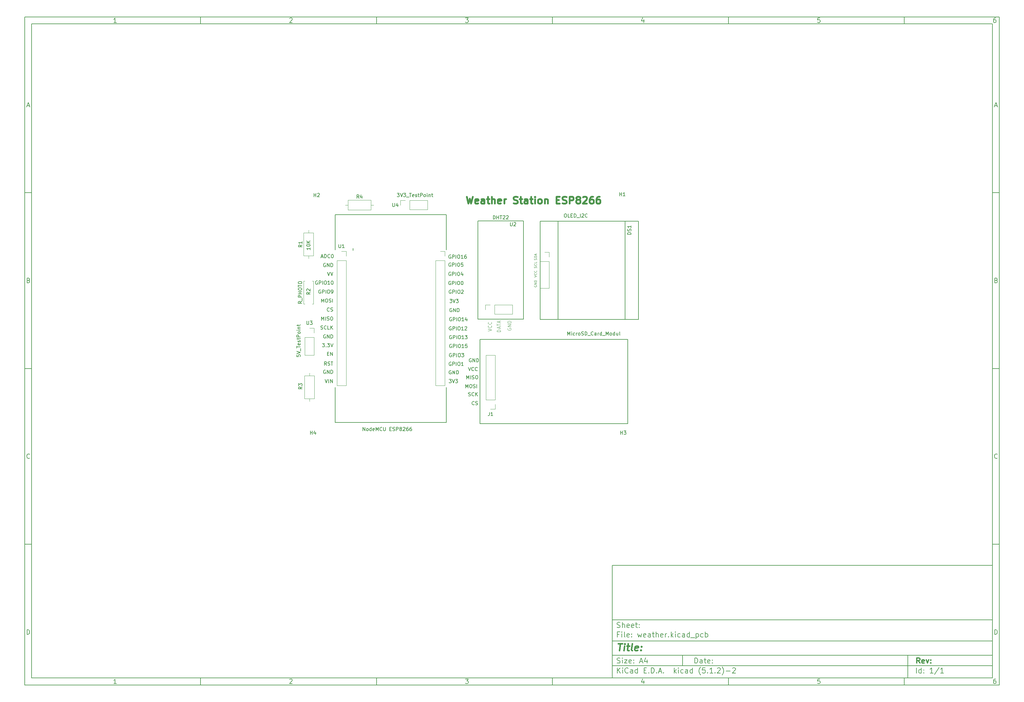
<source format=gto>
G04 #@! TF.GenerationSoftware,KiCad,Pcbnew,(5.1.2)-2*
G04 #@! TF.CreationDate,2019-07-01T23:58:17+07:00*
G04 #@! TF.ProjectId,weather,77656174-6865-4722-9e6b-696361645f70,rev?*
G04 #@! TF.SameCoordinates,Original*
G04 #@! TF.FileFunction,Legend,Top*
G04 #@! TF.FilePolarity,Positive*
%FSLAX46Y46*%
G04 Gerber Fmt 4.6, Leading zero omitted, Abs format (unit mm)*
G04 Created by KiCad (PCBNEW (5.1.2)-2) date 2019-07-01 23:58:17*
%MOMM*%
%LPD*%
G04 APERTURE LIST*
%ADD10C,0.100000*%
%ADD11C,0.150000*%
%ADD12C,0.300000*%
%ADD13C,0.400000*%
%ADD14C,0.500000*%
%ADD15C,0.120000*%
G04 APERTURE END LIST*
D10*
D11*
X177002200Y-166007200D02*
X177002200Y-198007200D01*
X285002200Y-198007200D01*
X285002200Y-166007200D01*
X177002200Y-166007200D01*
D10*
D11*
X10000000Y-10000000D02*
X10000000Y-200007200D01*
X287002200Y-200007200D01*
X287002200Y-10000000D01*
X10000000Y-10000000D01*
D10*
D11*
X12000000Y-12000000D02*
X12000000Y-198007200D01*
X285002200Y-198007200D01*
X285002200Y-12000000D01*
X12000000Y-12000000D01*
D10*
D11*
X60000000Y-12000000D02*
X60000000Y-10000000D01*
D10*
D11*
X110000000Y-12000000D02*
X110000000Y-10000000D01*
D10*
D11*
X160000000Y-12000000D02*
X160000000Y-10000000D01*
D10*
D11*
X210000000Y-12000000D02*
X210000000Y-10000000D01*
D10*
D11*
X260000000Y-12000000D02*
X260000000Y-10000000D01*
D10*
D11*
X36065476Y-11588095D02*
X35322619Y-11588095D01*
X35694047Y-11588095D02*
X35694047Y-10288095D01*
X35570238Y-10473809D01*
X35446428Y-10597619D01*
X35322619Y-10659523D01*
D10*
D11*
X85322619Y-10411904D02*
X85384523Y-10350000D01*
X85508333Y-10288095D01*
X85817857Y-10288095D01*
X85941666Y-10350000D01*
X86003571Y-10411904D01*
X86065476Y-10535714D01*
X86065476Y-10659523D01*
X86003571Y-10845238D01*
X85260714Y-11588095D01*
X86065476Y-11588095D01*
D10*
D11*
X135260714Y-10288095D02*
X136065476Y-10288095D01*
X135632142Y-10783333D01*
X135817857Y-10783333D01*
X135941666Y-10845238D01*
X136003571Y-10907142D01*
X136065476Y-11030952D01*
X136065476Y-11340476D01*
X136003571Y-11464285D01*
X135941666Y-11526190D01*
X135817857Y-11588095D01*
X135446428Y-11588095D01*
X135322619Y-11526190D01*
X135260714Y-11464285D01*
D10*
D11*
X185941666Y-10721428D02*
X185941666Y-11588095D01*
X185632142Y-10226190D02*
X185322619Y-11154761D01*
X186127380Y-11154761D01*
D10*
D11*
X236003571Y-10288095D02*
X235384523Y-10288095D01*
X235322619Y-10907142D01*
X235384523Y-10845238D01*
X235508333Y-10783333D01*
X235817857Y-10783333D01*
X235941666Y-10845238D01*
X236003571Y-10907142D01*
X236065476Y-11030952D01*
X236065476Y-11340476D01*
X236003571Y-11464285D01*
X235941666Y-11526190D01*
X235817857Y-11588095D01*
X235508333Y-11588095D01*
X235384523Y-11526190D01*
X235322619Y-11464285D01*
D10*
D11*
X285941666Y-10288095D02*
X285694047Y-10288095D01*
X285570238Y-10350000D01*
X285508333Y-10411904D01*
X285384523Y-10597619D01*
X285322619Y-10845238D01*
X285322619Y-11340476D01*
X285384523Y-11464285D01*
X285446428Y-11526190D01*
X285570238Y-11588095D01*
X285817857Y-11588095D01*
X285941666Y-11526190D01*
X286003571Y-11464285D01*
X286065476Y-11340476D01*
X286065476Y-11030952D01*
X286003571Y-10907142D01*
X285941666Y-10845238D01*
X285817857Y-10783333D01*
X285570238Y-10783333D01*
X285446428Y-10845238D01*
X285384523Y-10907142D01*
X285322619Y-11030952D01*
D10*
D11*
X60000000Y-198007200D02*
X60000000Y-200007200D01*
D10*
D11*
X110000000Y-198007200D02*
X110000000Y-200007200D01*
D10*
D11*
X160000000Y-198007200D02*
X160000000Y-200007200D01*
D10*
D11*
X210000000Y-198007200D02*
X210000000Y-200007200D01*
D10*
D11*
X260000000Y-198007200D02*
X260000000Y-200007200D01*
D10*
D11*
X36065476Y-199595295D02*
X35322619Y-199595295D01*
X35694047Y-199595295D02*
X35694047Y-198295295D01*
X35570238Y-198481009D01*
X35446428Y-198604819D01*
X35322619Y-198666723D01*
D10*
D11*
X85322619Y-198419104D02*
X85384523Y-198357200D01*
X85508333Y-198295295D01*
X85817857Y-198295295D01*
X85941666Y-198357200D01*
X86003571Y-198419104D01*
X86065476Y-198542914D01*
X86065476Y-198666723D01*
X86003571Y-198852438D01*
X85260714Y-199595295D01*
X86065476Y-199595295D01*
D10*
D11*
X135260714Y-198295295D02*
X136065476Y-198295295D01*
X135632142Y-198790533D01*
X135817857Y-198790533D01*
X135941666Y-198852438D01*
X136003571Y-198914342D01*
X136065476Y-199038152D01*
X136065476Y-199347676D01*
X136003571Y-199471485D01*
X135941666Y-199533390D01*
X135817857Y-199595295D01*
X135446428Y-199595295D01*
X135322619Y-199533390D01*
X135260714Y-199471485D01*
D10*
D11*
X185941666Y-198728628D02*
X185941666Y-199595295D01*
X185632142Y-198233390D02*
X185322619Y-199161961D01*
X186127380Y-199161961D01*
D10*
D11*
X236003571Y-198295295D02*
X235384523Y-198295295D01*
X235322619Y-198914342D01*
X235384523Y-198852438D01*
X235508333Y-198790533D01*
X235817857Y-198790533D01*
X235941666Y-198852438D01*
X236003571Y-198914342D01*
X236065476Y-199038152D01*
X236065476Y-199347676D01*
X236003571Y-199471485D01*
X235941666Y-199533390D01*
X235817857Y-199595295D01*
X235508333Y-199595295D01*
X235384523Y-199533390D01*
X235322619Y-199471485D01*
D10*
D11*
X285941666Y-198295295D02*
X285694047Y-198295295D01*
X285570238Y-198357200D01*
X285508333Y-198419104D01*
X285384523Y-198604819D01*
X285322619Y-198852438D01*
X285322619Y-199347676D01*
X285384523Y-199471485D01*
X285446428Y-199533390D01*
X285570238Y-199595295D01*
X285817857Y-199595295D01*
X285941666Y-199533390D01*
X286003571Y-199471485D01*
X286065476Y-199347676D01*
X286065476Y-199038152D01*
X286003571Y-198914342D01*
X285941666Y-198852438D01*
X285817857Y-198790533D01*
X285570238Y-198790533D01*
X285446428Y-198852438D01*
X285384523Y-198914342D01*
X285322619Y-199038152D01*
D10*
D11*
X10000000Y-60000000D02*
X12000000Y-60000000D01*
D10*
D11*
X10000000Y-110000000D02*
X12000000Y-110000000D01*
D10*
D11*
X10000000Y-160000000D02*
X12000000Y-160000000D01*
D10*
D11*
X10690476Y-35216666D02*
X11309523Y-35216666D01*
X10566666Y-35588095D02*
X11000000Y-34288095D01*
X11433333Y-35588095D01*
D10*
D11*
X11092857Y-84907142D02*
X11278571Y-84969047D01*
X11340476Y-85030952D01*
X11402380Y-85154761D01*
X11402380Y-85340476D01*
X11340476Y-85464285D01*
X11278571Y-85526190D01*
X11154761Y-85588095D01*
X10659523Y-85588095D01*
X10659523Y-84288095D01*
X11092857Y-84288095D01*
X11216666Y-84350000D01*
X11278571Y-84411904D01*
X11340476Y-84535714D01*
X11340476Y-84659523D01*
X11278571Y-84783333D01*
X11216666Y-84845238D01*
X11092857Y-84907142D01*
X10659523Y-84907142D01*
D10*
D11*
X11402380Y-135464285D02*
X11340476Y-135526190D01*
X11154761Y-135588095D01*
X11030952Y-135588095D01*
X10845238Y-135526190D01*
X10721428Y-135402380D01*
X10659523Y-135278571D01*
X10597619Y-135030952D01*
X10597619Y-134845238D01*
X10659523Y-134597619D01*
X10721428Y-134473809D01*
X10845238Y-134350000D01*
X11030952Y-134288095D01*
X11154761Y-134288095D01*
X11340476Y-134350000D01*
X11402380Y-134411904D01*
D10*
D11*
X10659523Y-185588095D02*
X10659523Y-184288095D01*
X10969047Y-184288095D01*
X11154761Y-184350000D01*
X11278571Y-184473809D01*
X11340476Y-184597619D01*
X11402380Y-184845238D01*
X11402380Y-185030952D01*
X11340476Y-185278571D01*
X11278571Y-185402380D01*
X11154761Y-185526190D01*
X10969047Y-185588095D01*
X10659523Y-185588095D01*
D10*
D11*
X287002200Y-60000000D02*
X285002200Y-60000000D01*
D10*
D11*
X287002200Y-110000000D02*
X285002200Y-110000000D01*
D10*
D11*
X287002200Y-160000000D02*
X285002200Y-160000000D01*
D10*
D11*
X285692676Y-35216666D02*
X286311723Y-35216666D01*
X285568866Y-35588095D02*
X286002200Y-34288095D01*
X286435533Y-35588095D01*
D10*
D11*
X286095057Y-84907142D02*
X286280771Y-84969047D01*
X286342676Y-85030952D01*
X286404580Y-85154761D01*
X286404580Y-85340476D01*
X286342676Y-85464285D01*
X286280771Y-85526190D01*
X286156961Y-85588095D01*
X285661723Y-85588095D01*
X285661723Y-84288095D01*
X286095057Y-84288095D01*
X286218866Y-84350000D01*
X286280771Y-84411904D01*
X286342676Y-84535714D01*
X286342676Y-84659523D01*
X286280771Y-84783333D01*
X286218866Y-84845238D01*
X286095057Y-84907142D01*
X285661723Y-84907142D01*
D10*
D11*
X286404580Y-135464285D02*
X286342676Y-135526190D01*
X286156961Y-135588095D01*
X286033152Y-135588095D01*
X285847438Y-135526190D01*
X285723628Y-135402380D01*
X285661723Y-135278571D01*
X285599819Y-135030952D01*
X285599819Y-134845238D01*
X285661723Y-134597619D01*
X285723628Y-134473809D01*
X285847438Y-134350000D01*
X286033152Y-134288095D01*
X286156961Y-134288095D01*
X286342676Y-134350000D01*
X286404580Y-134411904D01*
D10*
D11*
X285661723Y-185588095D02*
X285661723Y-184288095D01*
X285971247Y-184288095D01*
X286156961Y-184350000D01*
X286280771Y-184473809D01*
X286342676Y-184597619D01*
X286404580Y-184845238D01*
X286404580Y-185030952D01*
X286342676Y-185278571D01*
X286280771Y-185402380D01*
X286156961Y-185526190D01*
X285971247Y-185588095D01*
X285661723Y-185588095D01*
D10*
D11*
X200434342Y-193785771D02*
X200434342Y-192285771D01*
X200791485Y-192285771D01*
X201005771Y-192357200D01*
X201148628Y-192500057D01*
X201220057Y-192642914D01*
X201291485Y-192928628D01*
X201291485Y-193142914D01*
X201220057Y-193428628D01*
X201148628Y-193571485D01*
X201005771Y-193714342D01*
X200791485Y-193785771D01*
X200434342Y-193785771D01*
X202577200Y-193785771D02*
X202577200Y-193000057D01*
X202505771Y-192857200D01*
X202362914Y-192785771D01*
X202077200Y-192785771D01*
X201934342Y-192857200D01*
X202577200Y-193714342D02*
X202434342Y-193785771D01*
X202077200Y-193785771D01*
X201934342Y-193714342D01*
X201862914Y-193571485D01*
X201862914Y-193428628D01*
X201934342Y-193285771D01*
X202077200Y-193214342D01*
X202434342Y-193214342D01*
X202577200Y-193142914D01*
X203077200Y-192785771D02*
X203648628Y-192785771D01*
X203291485Y-192285771D02*
X203291485Y-193571485D01*
X203362914Y-193714342D01*
X203505771Y-193785771D01*
X203648628Y-193785771D01*
X204720057Y-193714342D02*
X204577200Y-193785771D01*
X204291485Y-193785771D01*
X204148628Y-193714342D01*
X204077200Y-193571485D01*
X204077200Y-193000057D01*
X204148628Y-192857200D01*
X204291485Y-192785771D01*
X204577200Y-192785771D01*
X204720057Y-192857200D01*
X204791485Y-193000057D01*
X204791485Y-193142914D01*
X204077200Y-193285771D01*
X205434342Y-193642914D02*
X205505771Y-193714342D01*
X205434342Y-193785771D01*
X205362914Y-193714342D01*
X205434342Y-193642914D01*
X205434342Y-193785771D01*
X205434342Y-192857200D02*
X205505771Y-192928628D01*
X205434342Y-193000057D01*
X205362914Y-192928628D01*
X205434342Y-192857200D01*
X205434342Y-193000057D01*
D10*
D11*
X177002200Y-194507200D02*
X285002200Y-194507200D01*
D10*
D11*
X178434342Y-196585771D02*
X178434342Y-195085771D01*
X179291485Y-196585771D02*
X178648628Y-195728628D01*
X179291485Y-195085771D02*
X178434342Y-195942914D01*
X179934342Y-196585771D02*
X179934342Y-195585771D01*
X179934342Y-195085771D02*
X179862914Y-195157200D01*
X179934342Y-195228628D01*
X180005771Y-195157200D01*
X179934342Y-195085771D01*
X179934342Y-195228628D01*
X181505771Y-196442914D02*
X181434342Y-196514342D01*
X181220057Y-196585771D01*
X181077200Y-196585771D01*
X180862914Y-196514342D01*
X180720057Y-196371485D01*
X180648628Y-196228628D01*
X180577200Y-195942914D01*
X180577200Y-195728628D01*
X180648628Y-195442914D01*
X180720057Y-195300057D01*
X180862914Y-195157200D01*
X181077200Y-195085771D01*
X181220057Y-195085771D01*
X181434342Y-195157200D01*
X181505771Y-195228628D01*
X182791485Y-196585771D02*
X182791485Y-195800057D01*
X182720057Y-195657200D01*
X182577200Y-195585771D01*
X182291485Y-195585771D01*
X182148628Y-195657200D01*
X182791485Y-196514342D02*
X182648628Y-196585771D01*
X182291485Y-196585771D01*
X182148628Y-196514342D01*
X182077200Y-196371485D01*
X182077200Y-196228628D01*
X182148628Y-196085771D01*
X182291485Y-196014342D01*
X182648628Y-196014342D01*
X182791485Y-195942914D01*
X184148628Y-196585771D02*
X184148628Y-195085771D01*
X184148628Y-196514342D02*
X184005771Y-196585771D01*
X183720057Y-196585771D01*
X183577200Y-196514342D01*
X183505771Y-196442914D01*
X183434342Y-196300057D01*
X183434342Y-195871485D01*
X183505771Y-195728628D01*
X183577200Y-195657200D01*
X183720057Y-195585771D01*
X184005771Y-195585771D01*
X184148628Y-195657200D01*
X186005771Y-195800057D02*
X186505771Y-195800057D01*
X186720057Y-196585771D02*
X186005771Y-196585771D01*
X186005771Y-195085771D01*
X186720057Y-195085771D01*
X187362914Y-196442914D02*
X187434342Y-196514342D01*
X187362914Y-196585771D01*
X187291485Y-196514342D01*
X187362914Y-196442914D01*
X187362914Y-196585771D01*
X188077200Y-196585771D02*
X188077200Y-195085771D01*
X188434342Y-195085771D01*
X188648628Y-195157200D01*
X188791485Y-195300057D01*
X188862914Y-195442914D01*
X188934342Y-195728628D01*
X188934342Y-195942914D01*
X188862914Y-196228628D01*
X188791485Y-196371485D01*
X188648628Y-196514342D01*
X188434342Y-196585771D01*
X188077200Y-196585771D01*
X189577200Y-196442914D02*
X189648628Y-196514342D01*
X189577200Y-196585771D01*
X189505771Y-196514342D01*
X189577200Y-196442914D01*
X189577200Y-196585771D01*
X190220057Y-196157200D02*
X190934342Y-196157200D01*
X190077200Y-196585771D02*
X190577200Y-195085771D01*
X191077200Y-196585771D01*
X191577200Y-196442914D02*
X191648628Y-196514342D01*
X191577200Y-196585771D01*
X191505771Y-196514342D01*
X191577200Y-196442914D01*
X191577200Y-196585771D01*
X194577200Y-196585771D02*
X194577200Y-195085771D01*
X194720057Y-196014342D02*
X195148628Y-196585771D01*
X195148628Y-195585771D02*
X194577200Y-196157200D01*
X195791485Y-196585771D02*
X195791485Y-195585771D01*
X195791485Y-195085771D02*
X195720057Y-195157200D01*
X195791485Y-195228628D01*
X195862914Y-195157200D01*
X195791485Y-195085771D01*
X195791485Y-195228628D01*
X197148628Y-196514342D02*
X197005771Y-196585771D01*
X196720057Y-196585771D01*
X196577200Y-196514342D01*
X196505771Y-196442914D01*
X196434342Y-196300057D01*
X196434342Y-195871485D01*
X196505771Y-195728628D01*
X196577200Y-195657200D01*
X196720057Y-195585771D01*
X197005771Y-195585771D01*
X197148628Y-195657200D01*
X198434342Y-196585771D02*
X198434342Y-195800057D01*
X198362914Y-195657200D01*
X198220057Y-195585771D01*
X197934342Y-195585771D01*
X197791485Y-195657200D01*
X198434342Y-196514342D02*
X198291485Y-196585771D01*
X197934342Y-196585771D01*
X197791485Y-196514342D01*
X197720057Y-196371485D01*
X197720057Y-196228628D01*
X197791485Y-196085771D01*
X197934342Y-196014342D01*
X198291485Y-196014342D01*
X198434342Y-195942914D01*
X199791485Y-196585771D02*
X199791485Y-195085771D01*
X199791485Y-196514342D02*
X199648628Y-196585771D01*
X199362914Y-196585771D01*
X199220057Y-196514342D01*
X199148628Y-196442914D01*
X199077200Y-196300057D01*
X199077200Y-195871485D01*
X199148628Y-195728628D01*
X199220057Y-195657200D01*
X199362914Y-195585771D01*
X199648628Y-195585771D01*
X199791485Y-195657200D01*
X202077200Y-197157200D02*
X202005771Y-197085771D01*
X201862914Y-196871485D01*
X201791485Y-196728628D01*
X201720057Y-196514342D01*
X201648628Y-196157200D01*
X201648628Y-195871485D01*
X201720057Y-195514342D01*
X201791485Y-195300057D01*
X201862914Y-195157200D01*
X202005771Y-194942914D01*
X202077200Y-194871485D01*
X203362914Y-195085771D02*
X202648628Y-195085771D01*
X202577200Y-195800057D01*
X202648628Y-195728628D01*
X202791485Y-195657200D01*
X203148628Y-195657200D01*
X203291485Y-195728628D01*
X203362914Y-195800057D01*
X203434342Y-195942914D01*
X203434342Y-196300057D01*
X203362914Y-196442914D01*
X203291485Y-196514342D01*
X203148628Y-196585771D01*
X202791485Y-196585771D01*
X202648628Y-196514342D01*
X202577200Y-196442914D01*
X204077200Y-196442914D02*
X204148628Y-196514342D01*
X204077200Y-196585771D01*
X204005771Y-196514342D01*
X204077200Y-196442914D01*
X204077200Y-196585771D01*
X205577200Y-196585771D02*
X204720057Y-196585771D01*
X205148628Y-196585771D02*
X205148628Y-195085771D01*
X205005771Y-195300057D01*
X204862914Y-195442914D01*
X204720057Y-195514342D01*
X206220057Y-196442914D02*
X206291485Y-196514342D01*
X206220057Y-196585771D01*
X206148628Y-196514342D01*
X206220057Y-196442914D01*
X206220057Y-196585771D01*
X206862914Y-195228628D02*
X206934342Y-195157200D01*
X207077200Y-195085771D01*
X207434342Y-195085771D01*
X207577200Y-195157200D01*
X207648628Y-195228628D01*
X207720057Y-195371485D01*
X207720057Y-195514342D01*
X207648628Y-195728628D01*
X206791485Y-196585771D01*
X207720057Y-196585771D01*
X208220057Y-197157200D02*
X208291485Y-197085771D01*
X208434342Y-196871485D01*
X208505771Y-196728628D01*
X208577200Y-196514342D01*
X208648628Y-196157200D01*
X208648628Y-195871485D01*
X208577200Y-195514342D01*
X208505771Y-195300057D01*
X208434342Y-195157200D01*
X208291485Y-194942914D01*
X208220057Y-194871485D01*
X209362914Y-196014342D02*
X210505771Y-196014342D01*
X211148628Y-195228628D02*
X211220057Y-195157200D01*
X211362914Y-195085771D01*
X211720057Y-195085771D01*
X211862914Y-195157200D01*
X211934342Y-195228628D01*
X212005771Y-195371485D01*
X212005771Y-195514342D01*
X211934342Y-195728628D01*
X211077200Y-196585771D01*
X212005771Y-196585771D01*
D10*
D11*
X177002200Y-191507200D02*
X285002200Y-191507200D01*
D10*
D12*
X264411485Y-193785771D02*
X263911485Y-193071485D01*
X263554342Y-193785771D02*
X263554342Y-192285771D01*
X264125771Y-192285771D01*
X264268628Y-192357200D01*
X264340057Y-192428628D01*
X264411485Y-192571485D01*
X264411485Y-192785771D01*
X264340057Y-192928628D01*
X264268628Y-193000057D01*
X264125771Y-193071485D01*
X263554342Y-193071485D01*
X265625771Y-193714342D02*
X265482914Y-193785771D01*
X265197200Y-193785771D01*
X265054342Y-193714342D01*
X264982914Y-193571485D01*
X264982914Y-193000057D01*
X265054342Y-192857200D01*
X265197200Y-192785771D01*
X265482914Y-192785771D01*
X265625771Y-192857200D01*
X265697200Y-193000057D01*
X265697200Y-193142914D01*
X264982914Y-193285771D01*
X266197200Y-192785771D02*
X266554342Y-193785771D01*
X266911485Y-192785771D01*
X267482914Y-193642914D02*
X267554342Y-193714342D01*
X267482914Y-193785771D01*
X267411485Y-193714342D01*
X267482914Y-193642914D01*
X267482914Y-193785771D01*
X267482914Y-192857200D02*
X267554342Y-192928628D01*
X267482914Y-193000057D01*
X267411485Y-192928628D01*
X267482914Y-192857200D01*
X267482914Y-193000057D01*
D10*
D11*
X178362914Y-193714342D02*
X178577200Y-193785771D01*
X178934342Y-193785771D01*
X179077200Y-193714342D01*
X179148628Y-193642914D01*
X179220057Y-193500057D01*
X179220057Y-193357200D01*
X179148628Y-193214342D01*
X179077200Y-193142914D01*
X178934342Y-193071485D01*
X178648628Y-193000057D01*
X178505771Y-192928628D01*
X178434342Y-192857200D01*
X178362914Y-192714342D01*
X178362914Y-192571485D01*
X178434342Y-192428628D01*
X178505771Y-192357200D01*
X178648628Y-192285771D01*
X179005771Y-192285771D01*
X179220057Y-192357200D01*
X179862914Y-193785771D02*
X179862914Y-192785771D01*
X179862914Y-192285771D02*
X179791485Y-192357200D01*
X179862914Y-192428628D01*
X179934342Y-192357200D01*
X179862914Y-192285771D01*
X179862914Y-192428628D01*
X180434342Y-192785771D02*
X181220057Y-192785771D01*
X180434342Y-193785771D01*
X181220057Y-193785771D01*
X182362914Y-193714342D02*
X182220057Y-193785771D01*
X181934342Y-193785771D01*
X181791485Y-193714342D01*
X181720057Y-193571485D01*
X181720057Y-193000057D01*
X181791485Y-192857200D01*
X181934342Y-192785771D01*
X182220057Y-192785771D01*
X182362914Y-192857200D01*
X182434342Y-193000057D01*
X182434342Y-193142914D01*
X181720057Y-193285771D01*
X183077200Y-193642914D02*
X183148628Y-193714342D01*
X183077200Y-193785771D01*
X183005771Y-193714342D01*
X183077200Y-193642914D01*
X183077200Y-193785771D01*
X183077200Y-192857200D02*
X183148628Y-192928628D01*
X183077200Y-193000057D01*
X183005771Y-192928628D01*
X183077200Y-192857200D01*
X183077200Y-193000057D01*
X184862914Y-193357200D02*
X185577200Y-193357200D01*
X184720057Y-193785771D02*
X185220057Y-192285771D01*
X185720057Y-193785771D01*
X186862914Y-192785771D02*
X186862914Y-193785771D01*
X186505771Y-192214342D02*
X186148628Y-193285771D01*
X187077200Y-193285771D01*
D10*
D11*
X263434342Y-196585771D02*
X263434342Y-195085771D01*
X264791485Y-196585771D02*
X264791485Y-195085771D01*
X264791485Y-196514342D02*
X264648628Y-196585771D01*
X264362914Y-196585771D01*
X264220057Y-196514342D01*
X264148628Y-196442914D01*
X264077200Y-196300057D01*
X264077200Y-195871485D01*
X264148628Y-195728628D01*
X264220057Y-195657200D01*
X264362914Y-195585771D01*
X264648628Y-195585771D01*
X264791485Y-195657200D01*
X265505771Y-196442914D02*
X265577200Y-196514342D01*
X265505771Y-196585771D01*
X265434342Y-196514342D01*
X265505771Y-196442914D01*
X265505771Y-196585771D01*
X265505771Y-195657200D02*
X265577200Y-195728628D01*
X265505771Y-195800057D01*
X265434342Y-195728628D01*
X265505771Y-195657200D01*
X265505771Y-195800057D01*
X268148628Y-196585771D02*
X267291485Y-196585771D01*
X267720057Y-196585771D02*
X267720057Y-195085771D01*
X267577200Y-195300057D01*
X267434342Y-195442914D01*
X267291485Y-195514342D01*
X269862914Y-195014342D02*
X268577200Y-196942914D01*
X271148628Y-196585771D02*
X270291485Y-196585771D01*
X270720057Y-196585771D02*
X270720057Y-195085771D01*
X270577200Y-195300057D01*
X270434342Y-195442914D01*
X270291485Y-195514342D01*
D10*
D11*
X177002200Y-187507200D02*
X285002200Y-187507200D01*
D10*
D13*
X178714580Y-188211961D02*
X179857438Y-188211961D01*
X179036009Y-190211961D02*
X179286009Y-188211961D01*
X180274104Y-190211961D02*
X180440771Y-188878628D01*
X180524104Y-188211961D02*
X180416961Y-188307200D01*
X180500295Y-188402438D01*
X180607438Y-188307200D01*
X180524104Y-188211961D01*
X180500295Y-188402438D01*
X181107438Y-188878628D02*
X181869342Y-188878628D01*
X181476485Y-188211961D02*
X181262200Y-189926247D01*
X181333628Y-190116723D01*
X181512200Y-190211961D01*
X181702676Y-190211961D01*
X182655057Y-190211961D02*
X182476485Y-190116723D01*
X182405057Y-189926247D01*
X182619342Y-188211961D01*
X184190771Y-190116723D02*
X183988390Y-190211961D01*
X183607438Y-190211961D01*
X183428866Y-190116723D01*
X183357438Y-189926247D01*
X183452676Y-189164342D01*
X183571723Y-188973866D01*
X183774104Y-188878628D01*
X184155057Y-188878628D01*
X184333628Y-188973866D01*
X184405057Y-189164342D01*
X184381247Y-189354819D01*
X183405057Y-189545295D01*
X185155057Y-190021485D02*
X185238390Y-190116723D01*
X185131247Y-190211961D01*
X185047914Y-190116723D01*
X185155057Y-190021485D01*
X185131247Y-190211961D01*
X185286009Y-188973866D02*
X185369342Y-189069104D01*
X185262200Y-189164342D01*
X185178866Y-189069104D01*
X185286009Y-188973866D01*
X185262200Y-189164342D01*
D10*
D11*
X178934342Y-185600057D02*
X178434342Y-185600057D01*
X178434342Y-186385771D02*
X178434342Y-184885771D01*
X179148628Y-184885771D01*
X179720057Y-186385771D02*
X179720057Y-185385771D01*
X179720057Y-184885771D02*
X179648628Y-184957200D01*
X179720057Y-185028628D01*
X179791485Y-184957200D01*
X179720057Y-184885771D01*
X179720057Y-185028628D01*
X180648628Y-186385771D02*
X180505771Y-186314342D01*
X180434342Y-186171485D01*
X180434342Y-184885771D01*
X181791485Y-186314342D02*
X181648628Y-186385771D01*
X181362914Y-186385771D01*
X181220057Y-186314342D01*
X181148628Y-186171485D01*
X181148628Y-185600057D01*
X181220057Y-185457200D01*
X181362914Y-185385771D01*
X181648628Y-185385771D01*
X181791485Y-185457200D01*
X181862914Y-185600057D01*
X181862914Y-185742914D01*
X181148628Y-185885771D01*
X182505771Y-186242914D02*
X182577200Y-186314342D01*
X182505771Y-186385771D01*
X182434342Y-186314342D01*
X182505771Y-186242914D01*
X182505771Y-186385771D01*
X182505771Y-185457200D02*
X182577200Y-185528628D01*
X182505771Y-185600057D01*
X182434342Y-185528628D01*
X182505771Y-185457200D01*
X182505771Y-185600057D01*
X184220057Y-185385771D02*
X184505771Y-186385771D01*
X184791485Y-185671485D01*
X185077200Y-186385771D01*
X185362914Y-185385771D01*
X186505771Y-186314342D02*
X186362914Y-186385771D01*
X186077200Y-186385771D01*
X185934342Y-186314342D01*
X185862914Y-186171485D01*
X185862914Y-185600057D01*
X185934342Y-185457200D01*
X186077200Y-185385771D01*
X186362914Y-185385771D01*
X186505771Y-185457200D01*
X186577200Y-185600057D01*
X186577200Y-185742914D01*
X185862914Y-185885771D01*
X187862914Y-186385771D02*
X187862914Y-185600057D01*
X187791485Y-185457200D01*
X187648628Y-185385771D01*
X187362914Y-185385771D01*
X187220057Y-185457200D01*
X187862914Y-186314342D02*
X187720057Y-186385771D01*
X187362914Y-186385771D01*
X187220057Y-186314342D01*
X187148628Y-186171485D01*
X187148628Y-186028628D01*
X187220057Y-185885771D01*
X187362914Y-185814342D01*
X187720057Y-185814342D01*
X187862914Y-185742914D01*
X188362914Y-185385771D02*
X188934342Y-185385771D01*
X188577200Y-184885771D02*
X188577200Y-186171485D01*
X188648628Y-186314342D01*
X188791485Y-186385771D01*
X188934342Y-186385771D01*
X189434342Y-186385771D02*
X189434342Y-184885771D01*
X190077200Y-186385771D02*
X190077200Y-185600057D01*
X190005771Y-185457200D01*
X189862914Y-185385771D01*
X189648628Y-185385771D01*
X189505771Y-185457200D01*
X189434342Y-185528628D01*
X191362914Y-186314342D02*
X191220057Y-186385771D01*
X190934342Y-186385771D01*
X190791485Y-186314342D01*
X190720057Y-186171485D01*
X190720057Y-185600057D01*
X190791485Y-185457200D01*
X190934342Y-185385771D01*
X191220057Y-185385771D01*
X191362914Y-185457200D01*
X191434342Y-185600057D01*
X191434342Y-185742914D01*
X190720057Y-185885771D01*
X192077200Y-186385771D02*
X192077200Y-185385771D01*
X192077200Y-185671485D02*
X192148628Y-185528628D01*
X192220057Y-185457200D01*
X192362914Y-185385771D01*
X192505771Y-185385771D01*
X193005771Y-186242914D02*
X193077200Y-186314342D01*
X193005771Y-186385771D01*
X192934342Y-186314342D01*
X193005771Y-186242914D01*
X193005771Y-186385771D01*
X193720057Y-186385771D02*
X193720057Y-184885771D01*
X193862914Y-185814342D02*
X194291485Y-186385771D01*
X194291485Y-185385771D02*
X193720057Y-185957200D01*
X194934342Y-186385771D02*
X194934342Y-185385771D01*
X194934342Y-184885771D02*
X194862914Y-184957200D01*
X194934342Y-185028628D01*
X195005771Y-184957200D01*
X194934342Y-184885771D01*
X194934342Y-185028628D01*
X196291485Y-186314342D02*
X196148628Y-186385771D01*
X195862914Y-186385771D01*
X195720057Y-186314342D01*
X195648628Y-186242914D01*
X195577200Y-186100057D01*
X195577200Y-185671485D01*
X195648628Y-185528628D01*
X195720057Y-185457200D01*
X195862914Y-185385771D01*
X196148628Y-185385771D01*
X196291485Y-185457200D01*
X197577200Y-186385771D02*
X197577200Y-185600057D01*
X197505771Y-185457200D01*
X197362914Y-185385771D01*
X197077200Y-185385771D01*
X196934342Y-185457200D01*
X197577200Y-186314342D02*
X197434342Y-186385771D01*
X197077200Y-186385771D01*
X196934342Y-186314342D01*
X196862914Y-186171485D01*
X196862914Y-186028628D01*
X196934342Y-185885771D01*
X197077200Y-185814342D01*
X197434342Y-185814342D01*
X197577200Y-185742914D01*
X198934342Y-186385771D02*
X198934342Y-184885771D01*
X198934342Y-186314342D02*
X198791485Y-186385771D01*
X198505771Y-186385771D01*
X198362914Y-186314342D01*
X198291485Y-186242914D01*
X198220057Y-186100057D01*
X198220057Y-185671485D01*
X198291485Y-185528628D01*
X198362914Y-185457200D01*
X198505771Y-185385771D01*
X198791485Y-185385771D01*
X198934342Y-185457200D01*
X199291485Y-186528628D02*
X200434342Y-186528628D01*
X200791485Y-185385771D02*
X200791485Y-186885771D01*
X200791485Y-185457200D02*
X200934342Y-185385771D01*
X201220057Y-185385771D01*
X201362914Y-185457200D01*
X201434342Y-185528628D01*
X201505771Y-185671485D01*
X201505771Y-186100057D01*
X201434342Y-186242914D01*
X201362914Y-186314342D01*
X201220057Y-186385771D01*
X200934342Y-186385771D01*
X200791485Y-186314342D01*
X202791485Y-186314342D02*
X202648628Y-186385771D01*
X202362914Y-186385771D01*
X202220057Y-186314342D01*
X202148628Y-186242914D01*
X202077200Y-186100057D01*
X202077200Y-185671485D01*
X202148628Y-185528628D01*
X202220057Y-185457200D01*
X202362914Y-185385771D01*
X202648628Y-185385771D01*
X202791485Y-185457200D01*
X203434342Y-186385771D02*
X203434342Y-184885771D01*
X203434342Y-185457200D02*
X203577200Y-185385771D01*
X203862914Y-185385771D01*
X204005771Y-185457200D01*
X204077200Y-185528628D01*
X204148628Y-185671485D01*
X204148628Y-186100057D01*
X204077200Y-186242914D01*
X204005771Y-186314342D01*
X203862914Y-186385771D01*
X203577200Y-186385771D01*
X203434342Y-186314342D01*
D10*
D11*
X177002200Y-181507200D02*
X285002200Y-181507200D01*
D10*
D11*
X178362914Y-183614342D02*
X178577200Y-183685771D01*
X178934342Y-183685771D01*
X179077200Y-183614342D01*
X179148628Y-183542914D01*
X179220057Y-183400057D01*
X179220057Y-183257200D01*
X179148628Y-183114342D01*
X179077200Y-183042914D01*
X178934342Y-182971485D01*
X178648628Y-182900057D01*
X178505771Y-182828628D01*
X178434342Y-182757200D01*
X178362914Y-182614342D01*
X178362914Y-182471485D01*
X178434342Y-182328628D01*
X178505771Y-182257200D01*
X178648628Y-182185771D01*
X179005771Y-182185771D01*
X179220057Y-182257200D01*
X179862914Y-183685771D02*
X179862914Y-182185771D01*
X180505771Y-183685771D02*
X180505771Y-182900057D01*
X180434342Y-182757200D01*
X180291485Y-182685771D01*
X180077200Y-182685771D01*
X179934342Y-182757200D01*
X179862914Y-182828628D01*
X181791485Y-183614342D02*
X181648628Y-183685771D01*
X181362914Y-183685771D01*
X181220057Y-183614342D01*
X181148628Y-183471485D01*
X181148628Y-182900057D01*
X181220057Y-182757200D01*
X181362914Y-182685771D01*
X181648628Y-182685771D01*
X181791485Y-182757200D01*
X181862914Y-182900057D01*
X181862914Y-183042914D01*
X181148628Y-183185771D01*
X183077200Y-183614342D02*
X182934342Y-183685771D01*
X182648628Y-183685771D01*
X182505771Y-183614342D01*
X182434342Y-183471485D01*
X182434342Y-182900057D01*
X182505771Y-182757200D01*
X182648628Y-182685771D01*
X182934342Y-182685771D01*
X183077200Y-182757200D01*
X183148628Y-182900057D01*
X183148628Y-183042914D01*
X182434342Y-183185771D01*
X183577200Y-182685771D02*
X184148628Y-182685771D01*
X183791485Y-182185771D02*
X183791485Y-183471485D01*
X183862914Y-183614342D01*
X184005771Y-183685771D01*
X184148628Y-183685771D01*
X184648628Y-183542914D02*
X184720057Y-183614342D01*
X184648628Y-183685771D01*
X184577200Y-183614342D01*
X184648628Y-183542914D01*
X184648628Y-183685771D01*
X184648628Y-182757200D02*
X184720057Y-182828628D01*
X184648628Y-182900057D01*
X184577200Y-182828628D01*
X184648628Y-182757200D01*
X184648628Y-182900057D01*
D10*
D11*
X197002200Y-191507200D02*
X197002200Y-194507200D01*
D10*
D11*
X261002200Y-191507200D02*
X261002200Y-198007200D01*
D14*
X135638380Y-61134761D02*
X136114571Y-63134761D01*
X136495523Y-61706190D01*
X136876476Y-63134761D01*
X137352666Y-61134761D01*
X138876476Y-63039523D02*
X138686000Y-63134761D01*
X138305047Y-63134761D01*
X138114571Y-63039523D01*
X138019333Y-62849047D01*
X138019333Y-62087142D01*
X138114571Y-61896666D01*
X138305047Y-61801428D01*
X138686000Y-61801428D01*
X138876476Y-61896666D01*
X138971714Y-62087142D01*
X138971714Y-62277619D01*
X138019333Y-62468095D01*
X140686000Y-63134761D02*
X140686000Y-62087142D01*
X140590761Y-61896666D01*
X140400285Y-61801428D01*
X140019333Y-61801428D01*
X139828857Y-61896666D01*
X140686000Y-63039523D02*
X140495523Y-63134761D01*
X140019333Y-63134761D01*
X139828857Y-63039523D01*
X139733619Y-62849047D01*
X139733619Y-62658571D01*
X139828857Y-62468095D01*
X140019333Y-62372857D01*
X140495523Y-62372857D01*
X140686000Y-62277619D01*
X141352666Y-61801428D02*
X142114571Y-61801428D01*
X141638380Y-61134761D02*
X141638380Y-62849047D01*
X141733619Y-63039523D01*
X141924095Y-63134761D01*
X142114571Y-63134761D01*
X142781238Y-63134761D02*
X142781238Y-61134761D01*
X143638380Y-63134761D02*
X143638380Y-62087142D01*
X143543142Y-61896666D01*
X143352666Y-61801428D01*
X143066952Y-61801428D01*
X142876476Y-61896666D01*
X142781238Y-61991904D01*
X145352666Y-63039523D02*
X145162190Y-63134761D01*
X144781238Y-63134761D01*
X144590761Y-63039523D01*
X144495523Y-62849047D01*
X144495523Y-62087142D01*
X144590761Y-61896666D01*
X144781238Y-61801428D01*
X145162190Y-61801428D01*
X145352666Y-61896666D01*
X145447904Y-62087142D01*
X145447904Y-62277619D01*
X144495523Y-62468095D01*
X146305047Y-63134761D02*
X146305047Y-61801428D01*
X146305047Y-62182380D02*
X146400285Y-61991904D01*
X146495523Y-61896666D01*
X146686000Y-61801428D01*
X146876476Y-61801428D01*
X148971714Y-63039523D02*
X149257428Y-63134761D01*
X149733619Y-63134761D01*
X149924095Y-63039523D01*
X150019333Y-62944285D01*
X150114571Y-62753809D01*
X150114571Y-62563333D01*
X150019333Y-62372857D01*
X149924095Y-62277619D01*
X149733619Y-62182380D01*
X149352666Y-62087142D01*
X149162190Y-61991904D01*
X149066952Y-61896666D01*
X148971714Y-61706190D01*
X148971714Y-61515714D01*
X149066952Y-61325238D01*
X149162190Y-61230000D01*
X149352666Y-61134761D01*
X149828857Y-61134761D01*
X150114571Y-61230000D01*
X150686000Y-61801428D02*
X151447904Y-61801428D01*
X150971714Y-61134761D02*
X150971714Y-62849047D01*
X151066952Y-63039523D01*
X151257428Y-63134761D01*
X151447904Y-63134761D01*
X152971714Y-63134761D02*
X152971714Y-62087142D01*
X152876476Y-61896666D01*
X152686000Y-61801428D01*
X152305047Y-61801428D01*
X152114571Y-61896666D01*
X152971714Y-63039523D02*
X152781238Y-63134761D01*
X152305047Y-63134761D01*
X152114571Y-63039523D01*
X152019333Y-62849047D01*
X152019333Y-62658571D01*
X152114571Y-62468095D01*
X152305047Y-62372857D01*
X152781238Y-62372857D01*
X152971714Y-62277619D01*
X153638380Y-61801428D02*
X154400285Y-61801428D01*
X153924095Y-61134761D02*
X153924095Y-62849047D01*
X154019333Y-63039523D01*
X154209809Y-63134761D01*
X154400285Y-63134761D01*
X155066952Y-63134761D02*
X155066952Y-61801428D01*
X155066952Y-61134761D02*
X154971714Y-61230000D01*
X155066952Y-61325238D01*
X155162190Y-61230000D01*
X155066952Y-61134761D01*
X155066952Y-61325238D01*
X156305047Y-63134761D02*
X156114571Y-63039523D01*
X156019333Y-62944285D01*
X155924095Y-62753809D01*
X155924095Y-62182380D01*
X156019333Y-61991904D01*
X156114571Y-61896666D01*
X156305047Y-61801428D01*
X156590761Y-61801428D01*
X156781238Y-61896666D01*
X156876476Y-61991904D01*
X156971714Y-62182380D01*
X156971714Y-62753809D01*
X156876476Y-62944285D01*
X156781238Y-63039523D01*
X156590761Y-63134761D01*
X156305047Y-63134761D01*
X157828857Y-61801428D02*
X157828857Y-63134761D01*
X157828857Y-61991904D02*
X157924095Y-61896666D01*
X158114571Y-61801428D01*
X158400285Y-61801428D01*
X158590761Y-61896666D01*
X158686000Y-62087142D01*
X158686000Y-63134761D01*
X161162190Y-62087142D02*
X161828857Y-62087142D01*
X162114571Y-63134761D02*
X161162190Y-63134761D01*
X161162190Y-61134761D01*
X162114571Y-61134761D01*
X162876476Y-63039523D02*
X163162190Y-63134761D01*
X163638380Y-63134761D01*
X163828857Y-63039523D01*
X163924095Y-62944285D01*
X164019333Y-62753809D01*
X164019333Y-62563333D01*
X163924095Y-62372857D01*
X163828857Y-62277619D01*
X163638380Y-62182380D01*
X163257428Y-62087142D01*
X163066952Y-61991904D01*
X162971714Y-61896666D01*
X162876476Y-61706190D01*
X162876476Y-61515714D01*
X162971714Y-61325238D01*
X163066952Y-61230000D01*
X163257428Y-61134761D01*
X163733619Y-61134761D01*
X164019333Y-61230000D01*
X164876476Y-63134761D02*
X164876476Y-61134761D01*
X165638380Y-61134761D01*
X165828857Y-61230000D01*
X165924095Y-61325238D01*
X166019333Y-61515714D01*
X166019333Y-61801428D01*
X165924095Y-61991904D01*
X165828857Y-62087142D01*
X165638380Y-62182380D01*
X164876476Y-62182380D01*
X167162190Y-61991904D02*
X166971714Y-61896666D01*
X166876476Y-61801428D01*
X166781238Y-61610952D01*
X166781238Y-61515714D01*
X166876476Y-61325238D01*
X166971714Y-61230000D01*
X167162190Y-61134761D01*
X167543142Y-61134761D01*
X167733619Y-61230000D01*
X167828857Y-61325238D01*
X167924095Y-61515714D01*
X167924095Y-61610952D01*
X167828857Y-61801428D01*
X167733619Y-61896666D01*
X167543142Y-61991904D01*
X167162190Y-61991904D01*
X166971714Y-62087142D01*
X166876476Y-62182380D01*
X166781238Y-62372857D01*
X166781238Y-62753809D01*
X166876476Y-62944285D01*
X166971714Y-63039523D01*
X167162190Y-63134761D01*
X167543142Y-63134761D01*
X167733619Y-63039523D01*
X167828857Y-62944285D01*
X167924095Y-62753809D01*
X167924095Y-62372857D01*
X167828857Y-62182380D01*
X167733619Y-62087142D01*
X167543142Y-61991904D01*
X168686000Y-61325238D02*
X168781238Y-61230000D01*
X168971714Y-61134761D01*
X169447904Y-61134761D01*
X169638380Y-61230000D01*
X169733619Y-61325238D01*
X169828857Y-61515714D01*
X169828857Y-61706190D01*
X169733619Y-61991904D01*
X168590761Y-63134761D01*
X169828857Y-63134761D01*
X171543142Y-61134761D02*
X171162190Y-61134761D01*
X170971714Y-61230000D01*
X170876476Y-61325238D01*
X170686000Y-61610952D01*
X170590761Y-61991904D01*
X170590761Y-62753809D01*
X170686000Y-62944285D01*
X170781238Y-63039523D01*
X170971714Y-63134761D01*
X171352666Y-63134761D01*
X171543142Y-63039523D01*
X171638380Y-62944285D01*
X171733619Y-62753809D01*
X171733619Y-62277619D01*
X171638380Y-62087142D01*
X171543142Y-61991904D01*
X171352666Y-61896666D01*
X170971714Y-61896666D01*
X170781238Y-61991904D01*
X170686000Y-62087142D01*
X170590761Y-62277619D01*
X173447904Y-61134761D02*
X173066952Y-61134761D01*
X172876476Y-61230000D01*
X172781238Y-61325238D01*
X172590761Y-61610952D01*
X172495523Y-61991904D01*
X172495523Y-62753809D01*
X172590761Y-62944285D01*
X172686000Y-63039523D01*
X172876476Y-63134761D01*
X173257428Y-63134761D01*
X173447904Y-63039523D01*
X173543142Y-62944285D01*
X173638380Y-62753809D01*
X173638380Y-62277619D01*
X173543142Y-62087142D01*
X173447904Y-61991904D01*
X173257428Y-61896666D01*
X172876476Y-61896666D01*
X172686000Y-61991904D01*
X172590761Y-62087142D01*
X172495523Y-62277619D01*
D11*
X180594000Y-96012000D02*
X180594000Y-68072000D01*
X161544000Y-96012000D02*
X161544000Y-68072000D01*
X156464000Y-96012000D02*
X184404000Y-96012000D01*
X184404000Y-68072000D02*
X184404000Y-96012000D01*
X156464000Y-68072000D02*
X184404000Y-68072000D01*
X156464000Y-96012000D02*
X156464000Y-68072000D01*
D15*
X157734000Y-76902000D02*
X159064000Y-76902000D01*
X159064000Y-76902000D02*
X159064000Y-78232000D01*
X159064000Y-79502000D02*
X159064000Y-87182000D01*
X156404000Y-87182000D02*
X159064000Y-87182000D01*
X156404000Y-79502000D02*
X156404000Y-87182000D01*
X156404000Y-79502000D02*
X159064000Y-79502000D01*
D11*
X181396952Y-101692000D02*
X139396952Y-101692000D01*
X181396952Y-125692000D02*
X181396952Y-101692000D01*
X139396952Y-125692000D02*
X181396952Y-125692000D01*
X139396952Y-101692000D02*
X139396952Y-125692000D01*
D15*
X142396952Y-121522000D02*
X143726952Y-121522000D01*
X143726952Y-121522000D02*
X143726952Y-120192000D01*
X143726952Y-118922000D02*
X143726952Y-106162000D01*
X141066952Y-106162000D02*
X143726952Y-106162000D01*
X141066952Y-118922000D02*
X141066952Y-106162000D01*
X141066952Y-118922000D02*
X143726952Y-118922000D01*
X90678000Y-78716000D02*
X90678000Y-77946000D01*
X90678000Y-70636000D02*
X90678000Y-71406000D01*
X92048000Y-77946000D02*
X92048000Y-71406000D01*
X89308000Y-77946000D02*
X92048000Y-77946000D01*
X89308000Y-71406000D02*
X89308000Y-77946000D01*
X92048000Y-71406000D02*
X89308000Y-71406000D01*
X89308000Y-91662000D02*
X89638000Y-91662000D01*
X89308000Y-85122000D02*
X89308000Y-91662000D01*
X89638000Y-85122000D02*
X89308000Y-85122000D01*
X92048000Y-91662000D02*
X91718000Y-91662000D01*
X92048000Y-85122000D02*
X92048000Y-91662000D01*
X91718000Y-85122000D02*
X92048000Y-85122000D01*
X89562000Y-118586000D02*
X92302000Y-118586000D01*
X92302000Y-118586000D02*
X92302000Y-112046000D01*
X92302000Y-112046000D02*
X89562000Y-112046000D01*
X89562000Y-112046000D02*
X89562000Y-118586000D01*
X90932000Y-119356000D02*
X90932000Y-118586000D01*
X90932000Y-111276000D02*
X90932000Y-112046000D01*
X109196000Y-63500000D02*
X108426000Y-63500000D01*
X101116000Y-63500000D02*
X101886000Y-63500000D01*
X108426000Y-62130000D02*
X101886000Y-62130000D01*
X108426000Y-64870000D02*
X108426000Y-62130000D01*
X101886000Y-64870000D02*
X108426000Y-64870000D01*
X101886000Y-62130000D02*
X101886000Y-64870000D01*
D11*
X129846000Y-125318000D02*
X98246000Y-125318000D01*
X129846000Y-115318000D02*
X129846000Y-125318000D01*
X98246000Y-115318000D02*
X98246000Y-125318000D01*
X129846000Y-66218000D02*
X129846000Y-76218000D01*
X98246000Y-66218000D02*
X129846000Y-66218000D01*
X98246000Y-76218000D02*
X98246000Y-66218000D01*
X103296000Y-76438000D02*
X103306000Y-75838000D01*
D15*
X129436000Y-79238000D02*
X129436000Y-114858000D01*
X126776000Y-79238000D02*
X129436000Y-79238000D01*
X126776000Y-79238000D02*
X126776000Y-114858000D01*
X126776000Y-114858000D02*
X129436000Y-114858000D01*
X128106000Y-76638000D02*
X129436000Y-76638000D01*
X129436000Y-76638000D02*
X129436000Y-77968000D01*
X100046000Y-76658000D02*
X101376000Y-76658000D01*
X101376000Y-76658000D02*
X101376000Y-77988000D01*
X101376000Y-79258000D02*
X101376000Y-114878000D01*
X98716000Y-114878000D02*
X101376000Y-114878000D01*
X98716000Y-79258000D02*
X98716000Y-114878000D01*
X98716000Y-79258000D02*
X101376000Y-79258000D01*
D11*
X138780000Y-67978000D02*
X138780000Y-95978000D01*
X151780000Y-67978000D02*
X138780000Y-67978000D01*
X151780000Y-95978000D02*
X151780000Y-67978000D01*
X151780000Y-95978000D02*
X138780000Y-95978000D01*
D15*
X140910000Y-93218000D02*
X140910000Y-91888000D01*
X140910000Y-91888000D02*
X142240000Y-91888000D01*
X143510000Y-91888000D02*
X148650000Y-91888000D01*
X148650000Y-94548000D02*
X148650000Y-91888000D01*
X143510000Y-94548000D02*
X148650000Y-94548000D01*
X143510000Y-94548000D02*
X143510000Y-91888000D01*
X90932000Y-98492000D02*
X92262000Y-98492000D01*
X92262000Y-98492000D02*
X92262000Y-99822000D01*
X92262000Y-101092000D02*
X92262000Y-106232000D01*
X89602000Y-106232000D02*
X92262000Y-106232000D01*
X89602000Y-101092000D02*
X89602000Y-106232000D01*
X89602000Y-101092000D02*
X92262000Y-101092000D01*
X119380000Y-64830000D02*
X119380000Y-62170000D01*
X119380000Y-64830000D02*
X124520000Y-64830000D01*
X124520000Y-64830000D02*
X124520000Y-62170000D01*
X119380000Y-62170000D02*
X124520000Y-62170000D01*
X116780000Y-62170000D02*
X118110000Y-62170000D01*
X116780000Y-63500000D02*
X116780000Y-62170000D01*
D11*
X182316380Y-71826285D02*
X181316380Y-71826285D01*
X181316380Y-71588190D01*
X181364000Y-71445333D01*
X181459238Y-71350095D01*
X181554476Y-71302476D01*
X181744952Y-71254857D01*
X181887809Y-71254857D01*
X182078285Y-71302476D01*
X182173523Y-71350095D01*
X182268761Y-71445333D01*
X182316380Y-71588190D01*
X182316380Y-71826285D01*
X182268761Y-70873904D02*
X182316380Y-70731047D01*
X182316380Y-70492952D01*
X182268761Y-70397714D01*
X182221142Y-70350095D01*
X182125904Y-70302476D01*
X182030666Y-70302476D01*
X181935428Y-70350095D01*
X181887809Y-70397714D01*
X181840190Y-70492952D01*
X181792571Y-70683428D01*
X181744952Y-70778666D01*
X181697333Y-70826285D01*
X181602095Y-70873904D01*
X181506857Y-70873904D01*
X181411619Y-70826285D01*
X181364000Y-70778666D01*
X181316380Y-70683428D01*
X181316380Y-70445333D01*
X181364000Y-70302476D01*
X182316380Y-69350095D02*
X182316380Y-69921523D01*
X182316380Y-69635809D02*
X181316380Y-69635809D01*
X181459238Y-69731047D01*
X181554476Y-69826285D01*
X181602095Y-69921523D01*
D10*
X155477333Y-79082000D02*
X155510666Y-78982000D01*
X155510666Y-78815333D01*
X155477333Y-78748666D01*
X155444000Y-78715333D01*
X155377333Y-78682000D01*
X155310666Y-78682000D01*
X155244000Y-78715333D01*
X155210666Y-78748666D01*
X155177333Y-78815333D01*
X155144000Y-78948666D01*
X155110666Y-79015333D01*
X155077333Y-79048666D01*
X155010666Y-79082000D01*
X154944000Y-79082000D01*
X154877333Y-79048666D01*
X154844000Y-79015333D01*
X154810666Y-78948666D01*
X154810666Y-78782000D01*
X154844000Y-78682000D01*
X155510666Y-78382000D02*
X154810666Y-78382000D01*
X154810666Y-78215333D01*
X154844000Y-78115333D01*
X154910666Y-78048666D01*
X154977333Y-78015333D01*
X155110666Y-77982000D01*
X155210666Y-77982000D01*
X155344000Y-78015333D01*
X155410666Y-78048666D01*
X155477333Y-78115333D01*
X155510666Y-78215333D01*
X155510666Y-78382000D01*
X155310666Y-77715333D02*
X155310666Y-77382000D01*
X155510666Y-77782000D02*
X154810666Y-77548666D01*
X155510666Y-77315333D01*
X155477333Y-81351333D02*
X155510666Y-81251333D01*
X155510666Y-81084666D01*
X155477333Y-81018000D01*
X155444000Y-80984666D01*
X155377333Y-80951333D01*
X155310666Y-80951333D01*
X155244000Y-80984666D01*
X155210666Y-81018000D01*
X155177333Y-81084666D01*
X155144000Y-81218000D01*
X155110666Y-81284666D01*
X155077333Y-81318000D01*
X155010666Y-81351333D01*
X154944000Y-81351333D01*
X154877333Y-81318000D01*
X154844000Y-81284666D01*
X154810666Y-81218000D01*
X154810666Y-81051333D01*
X154844000Y-80951333D01*
X155444000Y-80251333D02*
X155477333Y-80284666D01*
X155510666Y-80384666D01*
X155510666Y-80451333D01*
X155477333Y-80551333D01*
X155410666Y-80618000D01*
X155344000Y-80651333D01*
X155210666Y-80684666D01*
X155110666Y-80684666D01*
X154977333Y-80651333D01*
X154910666Y-80618000D01*
X154844000Y-80551333D01*
X154810666Y-80451333D01*
X154810666Y-80384666D01*
X154844000Y-80284666D01*
X154877333Y-80251333D01*
X155510666Y-79618000D02*
X155510666Y-79951333D01*
X154810666Y-79951333D01*
X154810666Y-83991333D02*
X155510666Y-83758000D01*
X154810666Y-83524666D01*
X155444000Y-82891333D02*
X155477333Y-82924666D01*
X155510666Y-83024666D01*
X155510666Y-83091333D01*
X155477333Y-83191333D01*
X155410666Y-83258000D01*
X155344000Y-83291333D01*
X155210666Y-83324666D01*
X155110666Y-83324666D01*
X154977333Y-83291333D01*
X154910666Y-83258000D01*
X154844000Y-83191333D01*
X154810666Y-83091333D01*
X154810666Y-83024666D01*
X154844000Y-82924666D01*
X154877333Y-82891333D01*
X155444000Y-82191333D02*
X155477333Y-82224666D01*
X155510666Y-82324666D01*
X155510666Y-82391333D01*
X155477333Y-82491333D01*
X155410666Y-82558000D01*
X155344000Y-82591333D01*
X155210666Y-82624666D01*
X155110666Y-82624666D01*
X154977333Y-82591333D01*
X154910666Y-82558000D01*
X154844000Y-82491333D01*
X154810666Y-82391333D01*
X154810666Y-82324666D01*
X154844000Y-82224666D01*
X154877333Y-82191333D01*
X154844000Y-86385333D02*
X154810666Y-86452000D01*
X154810666Y-86552000D01*
X154844000Y-86652000D01*
X154910666Y-86718666D01*
X154977333Y-86752000D01*
X155110666Y-86785333D01*
X155210666Y-86785333D01*
X155344000Y-86752000D01*
X155410666Y-86718666D01*
X155477333Y-86652000D01*
X155510666Y-86552000D01*
X155510666Y-86485333D01*
X155477333Y-86385333D01*
X155444000Y-86352000D01*
X155210666Y-86352000D01*
X155210666Y-86485333D01*
X155510666Y-86052000D02*
X154810666Y-86052000D01*
X155510666Y-85652000D01*
X154810666Y-85652000D01*
X155510666Y-85318666D02*
X154810666Y-85318666D01*
X154810666Y-85152000D01*
X154844000Y-85052000D01*
X154910666Y-84985333D01*
X154977333Y-84952000D01*
X155110666Y-84918666D01*
X155210666Y-84918666D01*
X155344000Y-84952000D01*
X155410666Y-84985333D01*
X155477333Y-85052000D01*
X155510666Y-85152000D01*
X155510666Y-85318666D01*
D11*
X163576380Y-66000380D02*
X163766857Y-66000380D01*
X163862095Y-66048000D01*
X163957333Y-66143238D01*
X164004952Y-66333714D01*
X164004952Y-66667047D01*
X163957333Y-66857523D01*
X163862095Y-66952761D01*
X163766857Y-67000380D01*
X163576380Y-67000380D01*
X163481142Y-66952761D01*
X163385904Y-66857523D01*
X163338285Y-66667047D01*
X163338285Y-66333714D01*
X163385904Y-66143238D01*
X163481142Y-66048000D01*
X163576380Y-66000380D01*
X164909714Y-67000380D02*
X164433523Y-67000380D01*
X164433523Y-66000380D01*
X165243047Y-66476571D02*
X165576380Y-66476571D01*
X165719238Y-67000380D02*
X165243047Y-67000380D01*
X165243047Y-66000380D01*
X165719238Y-66000380D01*
X166147809Y-67000380D02*
X166147809Y-66000380D01*
X166385904Y-66000380D01*
X166528761Y-66048000D01*
X166624000Y-66143238D01*
X166671619Y-66238476D01*
X166719238Y-66428952D01*
X166719238Y-66571809D01*
X166671619Y-66762285D01*
X166624000Y-66857523D01*
X166528761Y-66952761D01*
X166385904Y-67000380D01*
X166147809Y-67000380D01*
X166909714Y-67095619D02*
X167671619Y-67095619D01*
X167909714Y-67000380D02*
X167909714Y-66000380D01*
X168338285Y-66095619D02*
X168385904Y-66048000D01*
X168481142Y-66000380D01*
X168719238Y-66000380D01*
X168814476Y-66048000D01*
X168862095Y-66095619D01*
X168909714Y-66190857D01*
X168909714Y-66286095D01*
X168862095Y-66428952D01*
X168290666Y-67000380D01*
X168909714Y-67000380D01*
X169909714Y-66905142D02*
X169862095Y-66952761D01*
X169719238Y-67000380D01*
X169624000Y-67000380D01*
X169481142Y-66952761D01*
X169385904Y-66857523D01*
X169338285Y-66762285D01*
X169290666Y-66571809D01*
X169290666Y-66428952D01*
X169338285Y-66238476D01*
X169385904Y-66143238D01*
X169481142Y-66048000D01*
X169624000Y-66000380D01*
X169719238Y-66000380D01*
X169862095Y-66048000D01*
X169909714Y-66095619D01*
X179070095Y-60904380D02*
X179070095Y-59904380D01*
X179070095Y-60380571D02*
X179641523Y-60380571D01*
X179641523Y-60904380D02*
X179641523Y-59904380D01*
X180641523Y-60904380D02*
X180070095Y-60904380D01*
X180355809Y-60904380D02*
X180355809Y-59904380D01*
X180260571Y-60047238D01*
X180165333Y-60142476D01*
X180070095Y-60190095D01*
X92202095Y-61158380D02*
X92202095Y-60158380D01*
X92202095Y-60634571D02*
X92773523Y-60634571D01*
X92773523Y-61158380D02*
X92773523Y-60158380D01*
X93202095Y-60253619D02*
X93249714Y-60206000D01*
X93344952Y-60158380D01*
X93583047Y-60158380D01*
X93678285Y-60206000D01*
X93725904Y-60253619D01*
X93773523Y-60348857D01*
X93773523Y-60444095D01*
X93725904Y-60586952D01*
X93154476Y-61158380D01*
X93773523Y-61158380D01*
X179324095Y-128722380D02*
X179324095Y-127722380D01*
X179324095Y-128198571D02*
X179895523Y-128198571D01*
X179895523Y-128722380D02*
X179895523Y-127722380D01*
X180276476Y-127722380D02*
X180895523Y-127722380D01*
X180562190Y-128103333D01*
X180705047Y-128103333D01*
X180800285Y-128150952D01*
X180847904Y-128198571D01*
X180895523Y-128293809D01*
X180895523Y-128531904D01*
X180847904Y-128627142D01*
X180800285Y-128674761D01*
X180705047Y-128722380D01*
X180419333Y-128722380D01*
X180324095Y-128674761D01*
X180276476Y-128627142D01*
X91186095Y-128722380D02*
X91186095Y-127722380D01*
X91186095Y-128198571D02*
X91757523Y-128198571D01*
X91757523Y-128722380D02*
X91757523Y-127722380D01*
X92662285Y-128055714D02*
X92662285Y-128722380D01*
X92424190Y-127674761D02*
X92186095Y-128389047D01*
X92805142Y-128389047D01*
X142063618Y-122414380D02*
X142063618Y-123128666D01*
X142015999Y-123271523D01*
X141920761Y-123366761D01*
X141777904Y-123414380D01*
X141682666Y-123414380D01*
X143063618Y-123414380D02*
X142492190Y-123414380D01*
X142777904Y-123414380D02*
X142777904Y-122414380D01*
X142682666Y-122557238D01*
X142587428Y-122652476D01*
X142492190Y-122700095D01*
X164299238Y-100528380D02*
X164299238Y-99528380D01*
X164632571Y-100242666D01*
X164965904Y-99528380D01*
X164965904Y-100528380D01*
X165442095Y-100528380D02*
X165442095Y-99861714D01*
X165442095Y-99528380D02*
X165394476Y-99576000D01*
X165442095Y-99623619D01*
X165489714Y-99576000D01*
X165442095Y-99528380D01*
X165442095Y-99623619D01*
X166346857Y-100480761D02*
X166251619Y-100528380D01*
X166061142Y-100528380D01*
X165965904Y-100480761D01*
X165918285Y-100433142D01*
X165870666Y-100337904D01*
X165870666Y-100052190D01*
X165918285Y-99956952D01*
X165965904Y-99909333D01*
X166061142Y-99861714D01*
X166251619Y-99861714D01*
X166346857Y-99909333D01*
X166775428Y-100528380D02*
X166775428Y-99861714D01*
X166775428Y-100052190D02*
X166823047Y-99956952D01*
X166870666Y-99909333D01*
X166965904Y-99861714D01*
X167061142Y-99861714D01*
X167537333Y-100528380D02*
X167442095Y-100480761D01*
X167394476Y-100433142D01*
X167346857Y-100337904D01*
X167346857Y-100052190D01*
X167394476Y-99956952D01*
X167442095Y-99909333D01*
X167537333Y-99861714D01*
X167680190Y-99861714D01*
X167775428Y-99909333D01*
X167823047Y-99956952D01*
X167870666Y-100052190D01*
X167870666Y-100337904D01*
X167823047Y-100433142D01*
X167775428Y-100480761D01*
X167680190Y-100528380D01*
X167537333Y-100528380D01*
X168251619Y-100480761D02*
X168394476Y-100528380D01*
X168632571Y-100528380D01*
X168727809Y-100480761D01*
X168775428Y-100433142D01*
X168823047Y-100337904D01*
X168823047Y-100242666D01*
X168775428Y-100147428D01*
X168727809Y-100099809D01*
X168632571Y-100052190D01*
X168442095Y-100004571D01*
X168346857Y-99956952D01*
X168299238Y-99909333D01*
X168251619Y-99814095D01*
X168251619Y-99718857D01*
X168299238Y-99623619D01*
X168346857Y-99576000D01*
X168442095Y-99528380D01*
X168680190Y-99528380D01*
X168823047Y-99576000D01*
X169251619Y-100528380D02*
X169251619Y-99528380D01*
X169489714Y-99528380D01*
X169632571Y-99576000D01*
X169727809Y-99671238D01*
X169775428Y-99766476D01*
X169823047Y-99956952D01*
X169823047Y-100099809D01*
X169775428Y-100290285D01*
X169727809Y-100385523D01*
X169632571Y-100480761D01*
X169489714Y-100528380D01*
X169251619Y-100528380D01*
X170013523Y-100623619D02*
X170775428Y-100623619D01*
X171584952Y-100433142D02*
X171537333Y-100480761D01*
X171394476Y-100528380D01*
X171299238Y-100528380D01*
X171156380Y-100480761D01*
X171061142Y-100385523D01*
X171013523Y-100290285D01*
X170965904Y-100099809D01*
X170965904Y-99956952D01*
X171013523Y-99766476D01*
X171061142Y-99671238D01*
X171156380Y-99576000D01*
X171299238Y-99528380D01*
X171394476Y-99528380D01*
X171537333Y-99576000D01*
X171584952Y-99623619D01*
X172442095Y-100528380D02*
X172442095Y-100004571D01*
X172394476Y-99909333D01*
X172299238Y-99861714D01*
X172108761Y-99861714D01*
X172013523Y-99909333D01*
X172442095Y-100480761D02*
X172346857Y-100528380D01*
X172108761Y-100528380D01*
X172013523Y-100480761D01*
X171965904Y-100385523D01*
X171965904Y-100290285D01*
X172013523Y-100195047D01*
X172108761Y-100147428D01*
X172346857Y-100147428D01*
X172442095Y-100099809D01*
X172918285Y-100528380D02*
X172918285Y-99861714D01*
X172918285Y-100052190D02*
X172965904Y-99956952D01*
X173013523Y-99909333D01*
X173108761Y-99861714D01*
X173204000Y-99861714D01*
X173965904Y-100528380D02*
X173965904Y-99528380D01*
X173965904Y-100480761D02*
X173870666Y-100528380D01*
X173680190Y-100528380D01*
X173584952Y-100480761D01*
X173537333Y-100433142D01*
X173489714Y-100337904D01*
X173489714Y-100052190D01*
X173537333Y-99956952D01*
X173584952Y-99909333D01*
X173680190Y-99861714D01*
X173870666Y-99861714D01*
X173965904Y-99909333D01*
X174204000Y-100623619D02*
X174965904Y-100623619D01*
X175204000Y-100528380D02*
X175204000Y-99528380D01*
X175537333Y-100242666D01*
X175870666Y-99528380D01*
X175870666Y-100528380D01*
X176489714Y-100528380D02*
X176394476Y-100480761D01*
X176346857Y-100433142D01*
X176299238Y-100337904D01*
X176299238Y-100052190D01*
X176346857Y-99956952D01*
X176394476Y-99909333D01*
X176489714Y-99861714D01*
X176632571Y-99861714D01*
X176727809Y-99909333D01*
X176775428Y-99956952D01*
X176823047Y-100052190D01*
X176823047Y-100337904D01*
X176775428Y-100433142D01*
X176727809Y-100480761D01*
X176632571Y-100528380D01*
X176489714Y-100528380D01*
X177680190Y-100528380D02*
X177680190Y-99528380D01*
X177680190Y-100480761D02*
X177584952Y-100528380D01*
X177394476Y-100528380D01*
X177299238Y-100480761D01*
X177251619Y-100433142D01*
X177204000Y-100337904D01*
X177204000Y-100052190D01*
X177251619Y-99956952D01*
X177299238Y-99909333D01*
X177394476Y-99861714D01*
X177584952Y-99861714D01*
X177680190Y-99909333D01*
X178584952Y-99861714D02*
X178584952Y-100528380D01*
X178156380Y-99861714D02*
X178156380Y-100385523D01*
X178204000Y-100480761D01*
X178299238Y-100528380D01*
X178442095Y-100528380D01*
X178537333Y-100480761D01*
X178584952Y-100433142D01*
X179204000Y-100528380D02*
X179108761Y-100480761D01*
X179061142Y-100385523D01*
X179061142Y-99528380D01*
X136906095Y-107196000D02*
X136810857Y-107148380D01*
X136668000Y-107148380D01*
X136525142Y-107196000D01*
X136429904Y-107291238D01*
X136382285Y-107386476D01*
X136334666Y-107576952D01*
X136334666Y-107719809D01*
X136382285Y-107910285D01*
X136429904Y-108005523D01*
X136525142Y-108100761D01*
X136668000Y-108148380D01*
X136763238Y-108148380D01*
X136906095Y-108100761D01*
X136953714Y-108053142D01*
X136953714Y-107719809D01*
X136763238Y-107719809D01*
X137382285Y-108148380D02*
X137382285Y-107148380D01*
X137953714Y-108148380D01*
X137953714Y-107148380D01*
X138429904Y-108148380D02*
X138429904Y-107148380D01*
X138668000Y-107148380D01*
X138810857Y-107196000D01*
X138906095Y-107291238D01*
X138953714Y-107386476D01*
X139001333Y-107576952D01*
X139001333Y-107719809D01*
X138953714Y-107910285D01*
X138906095Y-108005523D01*
X138810857Y-108100761D01*
X138668000Y-108148380D01*
X138429904Y-108148380D01*
X136080666Y-109644380D02*
X136414000Y-110644380D01*
X136747333Y-109644380D01*
X137652095Y-110549142D02*
X137604476Y-110596761D01*
X137461619Y-110644380D01*
X137366380Y-110644380D01*
X137223523Y-110596761D01*
X137128285Y-110501523D01*
X137080666Y-110406285D01*
X137033047Y-110215809D01*
X137033047Y-110072952D01*
X137080666Y-109882476D01*
X137128285Y-109787238D01*
X137223523Y-109692000D01*
X137366380Y-109644380D01*
X137461619Y-109644380D01*
X137604476Y-109692000D01*
X137652095Y-109739619D01*
X138652095Y-110549142D02*
X138604476Y-110596761D01*
X138461619Y-110644380D01*
X138366380Y-110644380D01*
X138223523Y-110596761D01*
X138128285Y-110501523D01*
X138080666Y-110406285D01*
X138033047Y-110215809D01*
X138033047Y-110072952D01*
X138080666Y-109882476D01*
X138128285Y-109787238D01*
X138223523Y-109692000D01*
X138366380Y-109644380D01*
X138461619Y-109644380D01*
X138604476Y-109692000D01*
X138652095Y-109739619D01*
X135588571Y-112974380D02*
X135588571Y-111974380D01*
X135921904Y-112688666D01*
X136255238Y-111974380D01*
X136255238Y-112974380D01*
X136731428Y-112974380D02*
X136731428Y-111974380D01*
X137160000Y-112926761D02*
X137302857Y-112974380D01*
X137540952Y-112974380D01*
X137636190Y-112926761D01*
X137683809Y-112879142D01*
X137731428Y-112783904D01*
X137731428Y-112688666D01*
X137683809Y-112593428D01*
X137636190Y-112545809D01*
X137540952Y-112498190D01*
X137350476Y-112450571D01*
X137255238Y-112402952D01*
X137207619Y-112355333D01*
X137160000Y-112260095D01*
X137160000Y-112164857D01*
X137207619Y-112069619D01*
X137255238Y-112022000D01*
X137350476Y-111974380D01*
X137588571Y-111974380D01*
X137731428Y-112022000D01*
X138350476Y-111974380D02*
X138540952Y-111974380D01*
X138636190Y-112022000D01*
X138731428Y-112117238D01*
X138779047Y-112307714D01*
X138779047Y-112641047D01*
X138731428Y-112831523D01*
X138636190Y-112926761D01*
X138540952Y-112974380D01*
X138350476Y-112974380D01*
X138255238Y-112926761D01*
X138160000Y-112831523D01*
X138112380Y-112641047D01*
X138112380Y-112307714D01*
X138160000Y-112117238D01*
X138255238Y-112022000D01*
X138350476Y-111974380D01*
X135334571Y-115514380D02*
X135334571Y-114514380D01*
X135667904Y-115228666D01*
X136001238Y-114514380D01*
X136001238Y-115514380D01*
X136667904Y-114514380D02*
X136858380Y-114514380D01*
X136953619Y-114562000D01*
X137048857Y-114657238D01*
X137096476Y-114847714D01*
X137096476Y-115181047D01*
X137048857Y-115371523D01*
X136953619Y-115466761D01*
X136858380Y-115514380D01*
X136667904Y-115514380D01*
X136572666Y-115466761D01*
X136477428Y-115371523D01*
X136429809Y-115181047D01*
X136429809Y-114847714D01*
X136477428Y-114657238D01*
X136572666Y-114562000D01*
X136667904Y-114514380D01*
X137477428Y-115466761D02*
X137620285Y-115514380D01*
X137858380Y-115514380D01*
X137953619Y-115466761D01*
X138001238Y-115419142D01*
X138048857Y-115323904D01*
X138048857Y-115228666D01*
X138001238Y-115133428D01*
X137953619Y-115085809D01*
X137858380Y-115038190D01*
X137667904Y-114990571D01*
X137572666Y-114942952D01*
X137525047Y-114895333D01*
X137477428Y-114800095D01*
X137477428Y-114704857D01*
X137525047Y-114609619D01*
X137572666Y-114562000D01*
X137667904Y-114514380D01*
X137906000Y-114514380D01*
X138048857Y-114562000D01*
X138477428Y-115514380D02*
X138477428Y-114514380D01*
X136128285Y-117752761D02*
X136271142Y-117800380D01*
X136509238Y-117800380D01*
X136604476Y-117752761D01*
X136652095Y-117705142D01*
X136699714Y-117609904D01*
X136699714Y-117514666D01*
X136652095Y-117419428D01*
X136604476Y-117371809D01*
X136509238Y-117324190D01*
X136318761Y-117276571D01*
X136223523Y-117228952D01*
X136175904Y-117181333D01*
X136128285Y-117086095D01*
X136128285Y-116990857D01*
X136175904Y-116895619D01*
X136223523Y-116848000D01*
X136318761Y-116800380D01*
X136556857Y-116800380D01*
X136699714Y-116848000D01*
X137699714Y-117705142D02*
X137652095Y-117752761D01*
X137509238Y-117800380D01*
X137414000Y-117800380D01*
X137271142Y-117752761D01*
X137175904Y-117657523D01*
X137128285Y-117562285D01*
X137080666Y-117371809D01*
X137080666Y-117228952D01*
X137128285Y-117038476D01*
X137175904Y-116943238D01*
X137271142Y-116848000D01*
X137414000Y-116800380D01*
X137509238Y-116800380D01*
X137652095Y-116848000D01*
X137699714Y-116895619D01*
X138128285Y-117800380D02*
X138128285Y-116800380D01*
X138699714Y-117800380D02*
X138271142Y-117228952D01*
X138699714Y-116800380D02*
X138128285Y-117371809D01*
X137755333Y-120245142D02*
X137707714Y-120292761D01*
X137564857Y-120340380D01*
X137469619Y-120340380D01*
X137326761Y-120292761D01*
X137231523Y-120197523D01*
X137183904Y-120102285D01*
X137136285Y-119911809D01*
X137136285Y-119768952D01*
X137183904Y-119578476D01*
X137231523Y-119483238D01*
X137326761Y-119388000D01*
X137469619Y-119340380D01*
X137564857Y-119340380D01*
X137707714Y-119388000D01*
X137755333Y-119435619D01*
X138136285Y-120292761D02*
X138279142Y-120340380D01*
X138517238Y-120340380D01*
X138612476Y-120292761D01*
X138660095Y-120245142D01*
X138707714Y-120149904D01*
X138707714Y-120054666D01*
X138660095Y-119959428D01*
X138612476Y-119911809D01*
X138517238Y-119864190D01*
X138326761Y-119816571D01*
X138231523Y-119768952D01*
X138183904Y-119721333D01*
X138136285Y-119626095D01*
X138136285Y-119530857D01*
X138183904Y-119435619D01*
X138231523Y-119388000D01*
X138326761Y-119340380D01*
X138564857Y-119340380D01*
X138707714Y-119388000D01*
X88844380Y-74842666D02*
X88368190Y-75176000D01*
X88844380Y-75414095D02*
X87844380Y-75414095D01*
X87844380Y-75033142D01*
X87892000Y-74937904D01*
X87939619Y-74890285D01*
X88034857Y-74842666D01*
X88177714Y-74842666D01*
X88272952Y-74890285D01*
X88320571Y-74937904D01*
X88368190Y-75033142D01*
X88368190Y-75414095D01*
X88844380Y-73890285D02*
X88844380Y-74461714D01*
X88844380Y-74176000D02*
X87844380Y-74176000D01*
X87987238Y-74271238D01*
X88082476Y-74366476D01*
X88130095Y-74461714D01*
X91130380Y-75620476D02*
X91130380Y-76191904D01*
X91130380Y-75906190D02*
X90130380Y-75906190D01*
X90273238Y-76001428D01*
X90368476Y-76096666D01*
X90416095Y-76191904D01*
X90130380Y-75001428D02*
X90130380Y-74906190D01*
X90178000Y-74810952D01*
X90225619Y-74763333D01*
X90320857Y-74715714D01*
X90511333Y-74668095D01*
X90749428Y-74668095D01*
X90939904Y-74715714D01*
X91035142Y-74763333D01*
X91082761Y-74810952D01*
X91130380Y-74906190D01*
X91130380Y-75001428D01*
X91082761Y-75096666D01*
X91035142Y-75144285D01*
X90939904Y-75191904D01*
X90749428Y-75239523D01*
X90511333Y-75239523D01*
X90320857Y-75191904D01*
X90225619Y-75144285D01*
X90178000Y-75096666D01*
X90130380Y-75001428D01*
X91130380Y-74239523D02*
X90130380Y-74239523D01*
X91130380Y-73668095D02*
X90558952Y-74096666D01*
X90130380Y-73668095D02*
X90701809Y-74239523D01*
X91130380Y-88304666D02*
X90654190Y-88638000D01*
X91130380Y-88876095D02*
X90130380Y-88876095D01*
X90130380Y-88495142D01*
X90178000Y-88399904D01*
X90225619Y-88352285D01*
X90320857Y-88304666D01*
X90463714Y-88304666D01*
X90558952Y-88352285D01*
X90606571Y-88399904D01*
X90654190Y-88495142D01*
X90654190Y-88876095D01*
X90225619Y-87923714D02*
X90178000Y-87876095D01*
X90130380Y-87780857D01*
X90130380Y-87542761D01*
X90178000Y-87447523D01*
X90225619Y-87399904D01*
X90320857Y-87352285D01*
X90416095Y-87352285D01*
X90558952Y-87399904D01*
X91130380Y-87971333D01*
X91130380Y-87352285D01*
X88760380Y-90915809D02*
X88284190Y-91249142D01*
X88760380Y-91487238D02*
X87760380Y-91487238D01*
X87760380Y-91106285D01*
X87808000Y-91011047D01*
X87855619Y-90963428D01*
X87950857Y-90915809D01*
X88093714Y-90915809D01*
X88188952Y-90963428D01*
X88236571Y-91011047D01*
X88284190Y-91106285D01*
X88284190Y-91487238D01*
X88855619Y-90725333D02*
X88855619Y-89963428D01*
X88760380Y-89725333D02*
X87760380Y-89725333D01*
X87760380Y-89344380D01*
X87808000Y-89249142D01*
X87855619Y-89201523D01*
X87950857Y-89153904D01*
X88093714Y-89153904D01*
X88188952Y-89201523D01*
X88236571Y-89249142D01*
X88284190Y-89344380D01*
X88284190Y-89725333D01*
X88760380Y-88725333D02*
X87760380Y-88725333D01*
X88236571Y-88725333D02*
X88236571Y-88153904D01*
X88760380Y-88153904D02*
X87760380Y-88153904D01*
X87760380Y-87487238D02*
X87760380Y-87296761D01*
X87808000Y-87201523D01*
X87903238Y-87106285D01*
X88093714Y-87058666D01*
X88427047Y-87058666D01*
X88617523Y-87106285D01*
X88712761Y-87201523D01*
X88760380Y-87296761D01*
X88760380Y-87487238D01*
X88712761Y-87582476D01*
X88617523Y-87677714D01*
X88427047Y-87725333D01*
X88093714Y-87725333D01*
X87903238Y-87677714D01*
X87808000Y-87582476D01*
X87760380Y-87487238D01*
X87760380Y-86772952D02*
X87760380Y-86201523D01*
X88760380Y-86487238D02*
X87760380Y-86487238D01*
X87760380Y-85677714D02*
X87760380Y-85487238D01*
X87808000Y-85392000D01*
X87903238Y-85296761D01*
X88093714Y-85249142D01*
X88427047Y-85249142D01*
X88617523Y-85296761D01*
X88712761Y-85392000D01*
X88760380Y-85487238D01*
X88760380Y-85677714D01*
X88712761Y-85772952D01*
X88617523Y-85868190D01*
X88427047Y-85915809D01*
X88093714Y-85915809D01*
X87903238Y-85868190D01*
X87808000Y-85772952D01*
X87760380Y-85677714D01*
X88844380Y-115228666D02*
X88368190Y-115562000D01*
X88844380Y-115800095D02*
X87844380Y-115800095D01*
X87844380Y-115419142D01*
X87892000Y-115323904D01*
X87939619Y-115276285D01*
X88034857Y-115228666D01*
X88177714Y-115228666D01*
X88272952Y-115276285D01*
X88320571Y-115323904D01*
X88368190Y-115419142D01*
X88368190Y-115800095D01*
X87844380Y-114895333D02*
X87844380Y-114276285D01*
X88225333Y-114609619D01*
X88225333Y-114466761D01*
X88272952Y-114371523D01*
X88320571Y-114323904D01*
X88415809Y-114276285D01*
X88653904Y-114276285D01*
X88749142Y-114323904D01*
X88796761Y-114371523D01*
X88844380Y-114466761D01*
X88844380Y-114752476D01*
X88796761Y-114847714D01*
X88749142Y-114895333D01*
X104989333Y-61582380D02*
X104656000Y-61106190D01*
X104417904Y-61582380D02*
X104417904Y-60582380D01*
X104798857Y-60582380D01*
X104894095Y-60630000D01*
X104941714Y-60677619D01*
X104989333Y-60772857D01*
X104989333Y-60915714D01*
X104941714Y-61010952D01*
X104894095Y-61058571D01*
X104798857Y-61106190D01*
X104417904Y-61106190D01*
X105846476Y-60915714D02*
X105846476Y-61582380D01*
X105608380Y-60534761D02*
X105370285Y-61249047D01*
X105989333Y-61249047D01*
X99284095Y-74670380D02*
X99284095Y-75479904D01*
X99331714Y-75575142D01*
X99379333Y-75622761D01*
X99474571Y-75670380D01*
X99665047Y-75670380D01*
X99760285Y-75622761D01*
X99807904Y-75575142D01*
X99855523Y-75479904D01*
X99855523Y-74670380D01*
X100855523Y-75670380D02*
X100284095Y-75670380D01*
X100569809Y-75670380D02*
X100569809Y-74670380D01*
X100474571Y-74813238D01*
X100379333Y-74908476D01*
X100284095Y-74956095D01*
X106101428Y-127706380D02*
X106101428Y-126706380D01*
X106672857Y-127706380D01*
X106672857Y-126706380D01*
X107291904Y-127706380D02*
X107196666Y-127658761D01*
X107149047Y-127611142D01*
X107101428Y-127515904D01*
X107101428Y-127230190D01*
X107149047Y-127134952D01*
X107196666Y-127087333D01*
X107291904Y-127039714D01*
X107434761Y-127039714D01*
X107530000Y-127087333D01*
X107577619Y-127134952D01*
X107625238Y-127230190D01*
X107625238Y-127515904D01*
X107577619Y-127611142D01*
X107530000Y-127658761D01*
X107434761Y-127706380D01*
X107291904Y-127706380D01*
X108482380Y-127706380D02*
X108482380Y-126706380D01*
X108482380Y-127658761D02*
X108387142Y-127706380D01*
X108196666Y-127706380D01*
X108101428Y-127658761D01*
X108053809Y-127611142D01*
X108006190Y-127515904D01*
X108006190Y-127230190D01*
X108053809Y-127134952D01*
X108101428Y-127087333D01*
X108196666Y-127039714D01*
X108387142Y-127039714D01*
X108482380Y-127087333D01*
X109339523Y-127658761D02*
X109244285Y-127706380D01*
X109053809Y-127706380D01*
X108958571Y-127658761D01*
X108910952Y-127563523D01*
X108910952Y-127182571D01*
X108958571Y-127087333D01*
X109053809Y-127039714D01*
X109244285Y-127039714D01*
X109339523Y-127087333D01*
X109387142Y-127182571D01*
X109387142Y-127277809D01*
X108910952Y-127373047D01*
X109815714Y-127706380D02*
X109815714Y-126706380D01*
X110149047Y-127420666D01*
X110482380Y-126706380D01*
X110482380Y-127706380D01*
X111530000Y-127611142D02*
X111482380Y-127658761D01*
X111339523Y-127706380D01*
X111244285Y-127706380D01*
X111101428Y-127658761D01*
X111006190Y-127563523D01*
X110958571Y-127468285D01*
X110910952Y-127277809D01*
X110910952Y-127134952D01*
X110958571Y-126944476D01*
X111006190Y-126849238D01*
X111101428Y-126754000D01*
X111244285Y-126706380D01*
X111339523Y-126706380D01*
X111482380Y-126754000D01*
X111530000Y-126801619D01*
X111958571Y-126706380D02*
X111958571Y-127515904D01*
X112006190Y-127611142D01*
X112053809Y-127658761D01*
X112149047Y-127706380D01*
X112339523Y-127706380D01*
X112434761Y-127658761D01*
X112482380Y-127611142D01*
X112530000Y-127515904D01*
X112530000Y-126706380D01*
X113768095Y-127182571D02*
X114101428Y-127182571D01*
X114244285Y-127706380D02*
X113768095Y-127706380D01*
X113768095Y-126706380D01*
X114244285Y-126706380D01*
X114625238Y-127658761D02*
X114768095Y-127706380D01*
X115006190Y-127706380D01*
X115101428Y-127658761D01*
X115149047Y-127611142D01*
X115196666Y-127515904D01*
X115196666Y-127420666D01*
X115149047Y-127325428D01*
X115101428Y-127277809D01*
X115006190Y-127230190D01*
X114815714Y-127182571D01*
X114720476Y-127134952D01*
X114672857Y-127087333D01*
X114625238Y-126992095D01*
X114625238Y-126896857D01*
X114672857Y-126801619D01*
X114720476Y-126754000D01*
X114815714Y-126706380D01*
X115053809Y-126706380D01*
X115196666Y-126754000D01*
X115625238Y-127706380D02*
X115625238Y-126706380D01*
X116006190Y-126706380D01*
X116101428Y-126754000D01*
X116149047Y-126801619D01*
X116196666Y-126896857D01*
X116196666Y-127039714D01*
X116149047Y-127134952D01*
X116101428Y-127182571D01*
X116006190Y-127230190D01*
X115625238Y-127230190D01*
X116768095Y-127134952D02*
X116672857Y-127087333D01*
X116625238Y-127039714D01*
X116577619Y-126944476D01*
X116577619Y-126896857D01*
X116625238Y-126801619D01*
X116672857Y-126754000D01*
X116768095Y-126706380D01*
X116958571Y-126706380D01*
X117053809Y-126754000D01*
X117101428Y-126801619D01*
X117149047Y-126896857D01*
X117149047Y-126944476D01*
X117101428Y-127039714D01*
X117053809Y-127087333D01*
X116958571Y-127134952D01*
X116768095Y-127134952D01*
X116672857Y-127182571D01*
X116625238Y-127230190D01*
X116577619Y-127325428D01*
X116577619Y-127515904D01*
X116625238Y-127611142D01*
X116672857Y-127658761D01*
X116768095Y-127706380D01*
X116958571Y-127706380D01*
X117053809Y-127658761D01*
X117101428Y-127611142D01*
X117149047Y-127515904D01*
X117149047Y-127325428D01*
X117101428Y-127230190D01*
X117053809Y-127182571D01*
X116958571Y-127134952D01*
X117530000Y-126801619D02*
X117577619Y-126754000D01*
X117672857Y-126706380D01*
X117910952Y-126706380D01*
X118006190Y-126754000D01*
X118053809Y-126801619D01*
X118101428Y-126896857D01*
X118101428Y-126992095D01*
X118053809Y-127134952D01*
X117482380Y-127706380D01*
X118101428Y-127706380D01*
X118958571Y-126706380D02*
X118768095Y-126706380D01*
X118672857Y-126754000D01*
X118625238Y-126801619D01*
X118530000Y-126944476D01*
X118482380Y-127134952D01*
X118482380Y-127515904D01*
X118530000Y-127611142D01*
X118577619Y-127658761D01*
X118672857Y-127706380D01*
X118863333Y-127706380D01*
X118958571Y-127658761D01*
X119006190Y-127611142D01*
X119053809Y-127515904D01*
X119053809Y-127277809D01*
X119006190Y-127182571D01*
X118958571Y-127134952D01*
X118863333Y-127087333D01*
X118672857Y-127087333D01*
X118577619Y-127134952D01*
X118530000Y-127182571D01*
X118482380Y-127277809D01*
X119910952Y-126706380D02*
X119720476Y-126706380D01*
X119625238Y-126754000D01*
X119577619Y-126801619D01*
X119482380Y-126944476D01*
X119434761Y-127134952D01*
X119434761Y-127515904D01*
X119482380Y-127611142D01*
X119529999Y-127658761D01*
X119625238Y-127706380D01*
X119815714Y-127706380D01*
X119910952Y-127658761D01*
X119958571Y-127611142D01*
X120006190Y-127515904D01*
X120006190Y-127277809D01*
X119958571Y-127182571D01*
X119910952Y-127134952D01*
X119815714Y-127087333D01*
X119625238Y-127087333D01*
X119529999Y-127134952D01*
X119482380Y-127182571D01*
X119434761Y-127277809D01*
X130607904Y-113070380D02*
X131226952Y-113070380D01*
X130893619Y-113451333D01*
X131036476Y-113451333D01*
X131131714Y-113498952D01*
X131179333Y-113546571D01*
X131226952Y-113641809D01*
X131226952Y-113879904D01*
X131179333Y-113975142D01*
X131131714Y-114022761D01*
X131036476Y-114070380D01*
X130750761Y-114070380D01*
X130655523Y-114022761D01*
X130607904Y-113975142D01*
X131512666Y-113070380D02*
X131846000Y-114070380D01*
X132179333Y-113070380D01*
X132417428Y-113070380D02*
X133036476Y-113070380D01*
X132703142Y-113451333D01*
X132846000Y-113451333D01*
X132941238Y-113498952D01*
X132988857Y-113546571D01*
X133036476Y-113641809D01*
X133036476Y-113879904D01*
X132988857Y-113975142D01*
X132941238Y-114022761D01*
X132846000Y-114070380D01*
X132560285Y-114070380D01*
X132465047Y-114022761D01*
X132417428Y-113975142D01*
X131184095Y-110618000D02*
X131088857Y-110570380D01*
X130946000Y-110570380D01*
X130803142Y-110618000D01*
X130707904Y-110713238D01*
X130660285Y-110808476D01*
X130612666Y-110998952D01*
X130612666Y-111141809D01*
X130660285Y-111332285D01*
X130707904Y-111427523D01*
X130803142Y-111522761D01*
X130946000Y-111570380D01*
X131041238Y-111570380D01*
X131184095Y-111522761D01*
X131231714Y-111475142D01*
X131231714Y-111141809D01*
X131041238Y-111141809D01*
X131660285Y-111570380D02*
X131660285Y-110570380D01*
X132231714Y-111570380D01*
X132231714Y-110570380D01*
X132707904Y-111570380D02*
X132707904Y-110570380D01*
X132946000Y-110570380D01*
X133088857Y-110618000D01*
X133184095Y-110713238D01*
X133231714Y-110808476D01*
X133279333Y-110998952D01*
X133279333Y-111141809D01*
X133231714Y-111332285D01*
X133184095Y-111427523D01*
X133088857Y-111522761D01*
X132946000Y-111570380D01*
X132707904Y-111570380D01*
X131169809Y-108218000D02*
X131074571Y-108170380D01*
X130931714Y-108170380D01*
X130788857Y-108218000D01*
X130693619Y-108313238D01*
X130646000Y-108408476D01*
X130598380Y-108598952D01*
X130598380Y-108741809D01*
X130646000Y-108932285D01*
X130693619Y-109027523D01*
X130788857Y-109122761D01*
X130931714Y-109170380D01*
X131026952Y-109170380D01*
X131169809Y-109122761D01*
X131217428Y-109075142D01*
X131217428Y-108741809D01*
X131026952Y-108741809D01*
X131646000Y-109170380D02*
X131646000Y-108170380D01*
X132026952Y-108170380D01*
X132122190Y-108218000D01*
X132169809Y-108265619D01*
X132217428Y-108360857D01*
X132217428Y-108503714D01*
X132169809Y-108598952D01*
X132122190Y-108646571D01*
X132026952Y-108694190D01*
X131646000Y-108694190D01*
X132646000Y-109170380D02*
X132646000Y-108170380D01*
X133312666Y-108170380D02*
X133503142Y-108170380D01*
X133598380Y-108218000D01*
X133693619Y-108313238D01*
X133741238Y-108503714D01*
X133741238Y-108837047D01*
X133693619Y-109027523D01*
X133598380Y-109122761D01*
X133503142Y-109170380D01*
X133312666Y-109170380D01*
X133217428Y-109122761D01*
X133122190Y-109027523D01*
X133074571Y-108837047D01*
X133074571Y-108503714D01*
X133122190Y-108313238D01*
X133217428Y-108218000D01*
X133312666Y-108170380D01*
X134693619Y-109170380D02*
X134122190Y-109170380D01*
X134407904Y-109170380D02*
X134407904Y-108170380D01*
X134312666Y-108313238D01*
X134217428Y-108408476D01*
X134122190Y-108456095D01*
X131269809Y-105718000D02*
X131174571Y-105670380D01*
X131031714Y-105670380D01*
X130888857Y-105718000D01*
X130793619Y-105813238D01*
X130746000Y-105908476D01*
X130698380Y-106098952D01*
X130698380Y-106241809D01*
X130746000Y-106432285D01*
X130793619Y-106527523D01*
X130888857Y-106622761D01*
X131031714Y-106670380D01*
X131126952Y-106670380D01*
X131269809Y-106622761D01*
X131317428Y-106575142D01*
X131317428Y-106241809D01*
X131126952Y-106241809D01*
X131746000Y-106670380D02*
X131746000Y-105670380D01*
X132126952Y-105670380D01*
X132222190Y-105718000D01*
X132269809Y-105765619D01*
X132317428Y-105860857D01*
X132317428Y-106003714D01*
X132269809Y-106098952D01*
X132222190Y-106146571D01*
X132126952Y-106194190D01*
X131746000Y-106194190D01*
X132746000Y-106670380D02*
X132746000Y-105670380D01*
X133412666Y-105670380D02*
X133603142Y-105670380D01*
X133698380Y-105718000D01*
X133793619Y-105813238D01*
X133841238Y-106003714D01*
X133841238Y-106337047D01*
X133793619Y-106527523D01*
X133698380Y-106622761D01*
X133603142Y-106670380D01*
X133412666Y-106670380D01*
X133317428Y-106622761D01*
X133222190Y-106527523D01*
X133174571Y-106337047D01*
X133174571Y-106003714D01*
X133222190Y-105813238D01*
X133317428Y-105718000D01*
X133412666Y-105670380D01*
X134174571Y-105670380D02*
X134793619Y-105670380D01*
X134460285Y-106051333D01*
X134603142Y-106051333D01*
X134698380Y-106098952D01*
X134746000Y-106146571D01*
X134793619Y-106241809D01*
X134793619Y-106479904D01*
X134746000Y-106575142D01*
X134698380Y-106622761D01*
X134603142Y-106670380D01*
X134317428Y-106670380D01*
X134222190Y-106622761D01*
X134174571Y-106575142D01*
X131293619Y-103118000D02*
X131198380Y-103070380D01*
X131055523Y-103070380D01*
X130912666Y-103118000D01*
X130817428Y-103213238D01*
X130769809Y-103308476D01*
X130722190Y-103498952D01*
X130722190Y-103641809D01*
X130769809Y-103832285D01*
X130817428Y-103927523D01*
X130912666Y-104022761D01*
X131055523Y-104070380D01*
X131150761Y-104070380D01*
X131293619Y-104022761D01*
X131341238Y-103975142D01*
X131341238Y-103641809D01*
X131150761Y-103641809D01*
X131769809Y-104070380D02*
X131769809Y-103070380D01*
X132150761Y-103070380D01*
X132246000Y-103118000D01*
X132293619Y-103165619D01*
X132341238Y-103260857D01*
X132341238Y-103403714D01*
X132293619Y-103498952D01*
X132246000Y-103546571D01*
X132150761Y-103594190D01*
X131769809Y-103594190D01*
X132769809Y-104070380D02*
X132769809Y-103070380D01*
X133436476Y-103070380D02*
X133626952Y-103070380D01*
X133722190Y-103118000D01*
X133817428Y-103213238D01*
X133865047Y-103403714D01*
X133865047Y-103737047D01*
X133817428Y-103927523D01*
X133722190Y-104022761D01*
X133626952Y-104070380D01*
X133436476Y-104070380D01*
X133341238Y-104022761D01*
X133246000Y-103927523D01*
X133198380Y-103737047D01*
X133198380Y-103403714D01*
X133246000Y-103213238D01*
X133341238Y-103118000D01*
X133436476Y-103070380D01*
X134817428Y-104070380D02*
X134246000Y-104070380D01*
X134531714Y-104070380D02*
X134531714Y-103070380D01*
X134436476Y-103213238D01*
X134341238Y-103308476D01*
X134246000Y-103356095D01*
X135722190Y-103070380D02*
X135246000Y-103070380D01*
X135198380Y-103546571D01*
X135246000Y-103498952D01*
X135341238Y-103451333D01*
X135579333Y-103451333D01*
X135674571Y-103498952D01*
X135722190Y-103546571D01*
X135769809Y-103641809D01*
X135769809Y-103879904D01*
X135722190Y-103975142D01*
X135674571Y-104022761D01*
X135579333Y-104070380D01*
X135341238Y-104070380D01*
X135246000Y-104022761D01*
X135198380Y-103975142D01*
X131293619Y-100618000D02*
X131198380Y-100570380D01*
X131055523Y-100570380D01*
X130912666Y-100618000D01*
X130817428Y-100713238D01*
X130769809Y-100808476D01*
X130722190Y-100998952D01*
X130722190Y-101141809D01*
X130769809Y-101332285D01*
X130817428Y-101427523D01*
X130912666Y-101522761D01*
X131055523Y-101570380D01*
X131150761Y-101570380D01*
X131293619Y-101522761D01*
X131341238Y-101475142D01*
X131341238Y-101141809D01*
X131150761Y-101141809D01*
X131769809Y-101570380D02*
X131769809Y-100570380D01*
X132150761Y-100570380D01*
X132246000Y-100618000D01*
X132293619Y-100665619D01*
X132341238Y-100760857D01*
X132341238Y-100903714D01*
X132293619Y-100998952D01*
X132246000Y-101046571D01*
X132150761Y-101094190D01*
X131769809Y-101094190D01*
X132769809Y-101570380D02*
X132769809Y-100570380D01*
X133436476Y-100570380D02*
X133626952Y-100570380D01*
X133722190Y-100618000D01*
X133817428Y-100713238D01*
X133865047Y-100903714D01*
X133865047Y-101237047D01*
X133817428Y-101427523D01*
X133722190Y-101522761D01*
X133626952Y-101570380D01*
X133436476Y-101570380D01*
X133341238Y-101522761D01*
X133246000Y-101427523D01*
X133198380Y-101237047D01*
X133198380Y-100903714D01*
X133246000Y-100713238D01*
X133341238Y-100618000D01*
X133436476Y-100570380D01*
X134817428Y-101570380D02*
X134246000Y-101570380D01*
X134531714Y-101570380D02*
X134531714Y-100570380D01*
X134436476Y-100713238D01*
X134341238Y-100808476D01*
X134246000Y-100856095D01*
X135150761Y-100570380D02*
X135769809Y-100570380D01*
X135436476Y-100951333D01*
X135579333Y-100951333D01*
X135674571Y-100998952D01*
X135722190Y-101046571D01*
X135769809Y-101141809D01*
X135769809Y-101379904D01*
X135722190Y-101475142D01*
X135674571Y-101522761D01*
X135579333Y-101570380D01*
X135293619Y-101570380D01*
X135198380Y-101522761D01*
X135150761Y-101475142D01*
X131193619Y-98118000D02*
X131098380Y-98070380D01*
X130955523Y-98070380D01*
X130812666Y-98118000D01*
X130717428Y-98213238D01*
X130669809Y-98308476D01*
X130622190Y-98498952D01*
X130622190Y-98641809D01*
X130669809Y-98832285D01*
X130717428Y-98927523D01*
X130812666Y-99022761D01*
X130955523Y-99070380D01*
X131050761Y-99070380D01*
X131193619Y-99022761D01*
X131241238Y-98975142D01*
X131241238Y-98641809D01*
X131050761Y-98641809D01*
X131669809Y-99070380D02*
X131669809Y-98070380D01*
X132050761Y-98070380D01*
X132146000Y-98118000D01*
X132193619Y-98165619D01*
X132241238Y-98260857D01*
X132241238Y-98403714D01*
X132193619Y-98498952D01*
X132146000Y-98546571D01*
X132050761Y-98594190D01*
X131669809Y-98594190D01*
X132669809Y-99070380D02*
X132669809Y-98070380D01*
X133336476Y-98070380D02*
X133526952Y-98070380D01*
X133622190Y-98118000D01*
X133717428Y-98213238D01*
X133765047Y-98403714D01*
X133765047Y-98737047D01*
X133717428Y-98927523D01*
X133622190Y-99022761D01*
X133526952Y-99070380D01*
X133336476Y-99070380D01*
X133241238Y-99022761D01*
X133146000Y-98927523D01*
X133098380Y-98737047D01*
X133098380Y-98403714D01*
X133146000Y-98213238D01*
X133241238Y-98118000D01*
X133336476Y-98070380D01*
X134717428Y-99070380D02*
X134146000Y-99070380D01*
X134431714Y-99070380D02*
X134431714Y-98070380D01*
X134336476Y-98213238D01*
X134241238Y-98308476D01*
X134146000Y-98356095D01*
X135098380Y-98165619D02*
X135146000Y-98118000D01*
X135241238Y-98070380D01*
X135479333Y-98070380D01*
X135574571Y-98118000D01*
X135622190Y-98165619D01*
X135669809Y-98260857D01*
X135669809Y-98356095D01*
X135622190Y-98498952D01*
X135050761Y-99070380D01*
X135669809Y-99070380D01*
X131293619Y-95518000D02*
X131198380Y-95470380D01*
X131055523Y-95470380D01*
X130912666Y-95518000D01*
X130817428Y-95613238D01*
X130769809Y-95708476D01*
X130722190Y-95898952D01*
X130722190Y-96041809D01*
X130769809Y-96232285D01*
X130817428Y-96327523D01*
X130912666Y-96422761D01*
X131055523Y-96470380D01*
X131150761Y-96470380D01*
X131293619Y-96422761D01*
X131341238Y-96375142D01*
X131341238Y-96041809D01*
X131150761Y-96041809D01*
X131769809Y-96470380D02*
X131769809Y-95470380D01*
X132150761Y-95470380D01*
X132246000Y-95518000D01*
X132293619Y-95565619D01*
X132341238Y-95660857D01*
X132341238Y-95803714D01*
X132293619Y-95898952D01*
X132246000Y-95946571D01*
X132150761Y-95994190D01*
X131769809Y-95994190D01*
X132769809Y-96470380D02*
X132769809Y-95470380D01*
X133436476Y-95470380D02*
X133626952Y-95470380D01*
X133722190Y-95518000D01*
X133817428Y-95613238D01*
X133865047Y-95803714D01*
X133865047Y-96137047D01*
X133817428Y-96327523D01*
X133722190Y-96422761D01*
X133626952Y-96470380D01*
X133436476Y-96470380D01*
X133341238Y-96422761D01*
X133246000Y-96327523D01*
X133198380Y-96137047D01*
X133198380Y-95803714D01*
X133246000Y-95613238D01*
X133341238Y-95518000D01*
X133436476Y-95470380D01*
X134817428Y-96470380D02*
X134246000Y-96470380D01*
X134531714Y-96470380D02*
X134531714Y-95470380D01*
X134436476Y-95613238D01*
X134341238Y-95708476D01*
X134246000Y-95756095D01*
X135674571Y-95803714D02*
X135674571Y-96470380D01*
X135436476Y-95422761D02*
X135198380Y-96137047D01*
X135817428Y-96137047D01*
X131384095Y-92918000D02*
X131288857Y-92870380D01*
X131146000Y-92870380D01*
X131003142Y-92918000D01*
X130907904Y-93013238D01*
X130860285Y-93108476D01*
X130812666Y-93298952D01*
X130812666Y-93441809D01*
X130860285Y-93632285D01*
X130907904Y-93727523D01*
X131003142Y-93822761D01*
X131146000Y-93870380D01*
X131241238Y-93870380D01*
X131384095Y-93822761D01*
X131431714Y-93775142D01*
X131431714Y-93441809D01*
X131241238Y-93441809D01*
X131860285Y-93870380D02*
X131860285Y-92870380D01*
X132431714Y-93870380D01*
X132431714Y-92870380D01*
X132907904Y-93870380D02*
X132907904Y-92870380D01*
X133146000Y-92870380D01*
X133288857Y-92918000D01*
X133384095Y-93013238D01*
X133431714Y-93108476D01*
X133479333Y-93298952D01*
X133479333Y-93441809D01*
X133431714Y-93632285D01*
X133384095Y-93727523D01*
X133288857Y-93822761D01*
X133146000Y-93870380D01*
X132907904Y-93870380D01*
X130807904Y-90270380D02*
X131426952Y-90270380D01*
X131093619Y-90651333D01*
X131236476Y-90651333D01*
X131331714Y-90698952D01*
X131379333Y-90746571D01*
X131426952Y-90841809D01*
X131426952Y-91079904D01*
X131379333Y-91175142D01*
X131331714Y-91222761D01*
X131236476Y-91270380D01*
X130950761Y-91270380D01*
X130855523Y-91222761D01*
X130807904Y-91175142D01*
X131712666Y-90270380D02*
X132046000Y-91270380D01*
X132379333Y-90270380D01*
X132617428Y-90270380D02*
X133236476Y-90270380D01*
X132903142Y-90651333D01*
X133046000Y-90651333D01*
X133141238Y-90698952D01*
X133188857Y-90746571D01*
X133236476Y-90841809D01*
X133236476Y-91079904D01*
X133188857Y-91175142D01*
X133141238Y-91222761D01*
X133046000Y-91270380D01*
X132760285Y-91270380D01*
X132665047Y-91222761D01*
X132617428Y-91175142D01*
X131169809Y-87718000D02*
X131074571Y-87670380D01*
X130931714Y-87670380D01*
X130788857Y-87718000D01*
X130693619Y-87813238D01*
X130646000Y-87908476D01*
X130598380Y-88098952D01*
X130598380Y-88241809D01*
X130646000Y-88432285D01*
X130693619Y-88527523D01*
X130788857Y-88622761D01*
X130931714Y-88670380D01*
X131026952Y-88670380D01*
X131169809Y-88622761D01*
X131217428Y-88575142D01*
X131217428Y-88241809D01*
X131026952Y-88241809D01*
X131646000Y-88670380D02*
X131646000Y-87670380D01*
X132026952Y-87670380D01*
X132122190Y-87718000D01*
X132169809Y-87765619D01*
X132217428Y-87860857D01*
X132217428Y-88003714D01*
X132169809Y-88098952D01*
X132122190Y-88146571D01*
X132026952Y-88194190D01*
X131646000Y-88194190D01*
X132646000Y-88670380D02*
X132646000Y-87670380D01*
X133312666Y-87670380D02*
X133503142Y-87670380D01*
X133598380Y-87718000D01*
X133693619Y-87813238D01*
X133741238Y-88003714D01*
X133741238Y-88337047D01*
X133693619Y-88527523D01*
X133598380Y-88622761D01*
X133503142Y-88670380D01*
X133312666Y-88670380D01*
X133217428Y-88622761D01*
X133122190Y-88527523D01*
X133074571Y-88337047D01*
X133074571Y-88003714D01*
X133122190Y-87813238D01*
X133217428Y-87718000D01*
X133312666Y-87670380D01*
X134122190Y-87765619D02*
X134169809Y-87718000D01*
X134265047Y-87670380D01*
X134503142Y-87670380D01*
X134598380Y-87718000D01*
X134646000Y-87765619D01*
X134693619Y-87860857D01*
X134693619Y-87956095D01*
X134646000Y-88098952D01*
X134074571Y-88670380D01*
X134693619Y-88670380D01*
X131069809Y-85218000D02*
X130974571Y-85170380D01*
X130831714Y-85170380D01*
X130688857Y-85218000D01*
X130593619Y-85313238D01*
X130546000Y-85408476D01*
X130498380Y-85598952D01*
X130498380Y-85741809D01*
X130546000Y-85932285D01*
X130593619Y-86027523D01*
X130688857Y-86122761D01*
X130831714Y-86170380D01*
X130926952Y-86170380D01*
X131069809Y-86122761D01*
X131117428Y-86075142D01*
X131117428Y-85741809D01*
X130926952Y-85741809D01*
X131546000Y-86170380D02*
X131546000Y-85170380D01*
X131926952Y-85170380D01*
X132022190Y-85218000D01*
X132069809Y-85265619D01*
X132117428Y-85360857D01*
X132117428Y-85503714D01*
X132069809Y-85598952D01*
X132022190Y-85646571D01*
X131926952Y-85694190D01*
X131546000Y-85694190D01*
X132546000Y-86170380D02*
X132546000Y-85170380D01*
X133212666Y-85170380D02*
X133403142Y-85170380D01*
X133498380Y-85218000D01*
X133593619Y-85313238D01*
X133641238Y-85503714D01*
X133641238Y-85837047D01*
X133593619Y-86027523D01*
X133498380Y-86122761D01*
X133403142Y-86170380D01*
X133212666Y-86170380D01*
X133117428Y-86122761D01*
X133022190Y-86027523D01*
X132974571Y-85837047D01*
X132974571Y-85503714D01*
X133022190Y-85313238D01*
X133117428Y-85218000D01*
X133212666Y-85170380D01*
X134260285Y-85170380D02*
X134355523Y-85170380D01*
X134450761Y-85218000D01*
X134498380Y-85265619D01*
X134546000Y-85360857D01*
X134593619Y-85551333D01*
X134593619Y-85789428D01*
X134546000Y-85979904D01*
X134498380Y-86075142D01*
X134450761Y-86122761D01*
X134355523Y-86170380D01*
X134260285Y-86170380D01*
X134165047Y-86122761D01*
X134117428Y-86075142D01*
X134069809Y-85979904D01*
X134022190Y-85789428D01*
X134022190Y-85551333D01*
X134069809Y-85360857D01*
X134117428Y-85265619D01*
X134165047Y-85218000D01*
X134260285Y-85170380D01*
X131069809Y-82618000D02*
X130974571Y-82570380D01*
X130831714Y-82570380D01*
X130688857Y-82618000D01*
X130593619Y-82713238D01*
X130546000Y-82808476D01*
X130498380Y-82998952D01*
X130498380Y-83141809D01*
X130546000Y-83332285D01*
X130593619Y-83427523D01*
X130688857Y-83522761D01*
X130831714Y-83570380D01*
X130926952Y-83570380D01*
X131069809Y-83522761D01*
X131117428Y-83475142D01*
X131117428Y-83141809D01*
X130926952Y-83141809D01*
X131546000Y-83570380D02*
X131546000Y-82570380D01*
X131926952Y-82570380D01*
X132022190Y-82618000D01*
X132069809Y-82665619D01*
X132117428Y-82760857D01*
X132117428Y-82903714D01*
X132069809Y-82998952D01*
X132022190Y-83046571D01*
X131926952Y-83094190D01*
X131546000Y-83094190D01*
X132546000Y-83570380D02*
X132546000Y-82570380D01*
X133212666Y-82570380D02*
X133403142Y-82570380D01*
X133498380Y-82618000D01*
X133593619Y-82713238D01*
X133641238Y-82903714D01*
X133641238Y-83237047D01*
X133593619Y-83427523D01*
X133498380Y-83522761D01*
X133403142Y-83570380D01*
X133212666Y-83570380D01*
X133117428Y-83522761D01*
X133022190Y-83427523D01*
X132974571Y-83237047D01*
X132974571Y-82903714D01*
X133022190Y-82713238D01*
X133117428Y-82618000D01*
X133212666Y-82570380D01*
X134498380Y-82903714D02*
X134498380Y-83570380D01*
X134260285Y-82522761D02*
X134022190Y-83237047D01*
X134641238Y-83237047D01*
X131069809Y-80018000D02*
X130974571Y-79970380D01*
X130831714Y-79970380D01*
X130688857Y-80018000D01*
X130593619Y-80113238D01*
X130546000Y-80208476D01*
X130498380Y-80398952D01*
X130498380Y-80541809D01*
X130546000Y-80732285D01*
X130593619Y-80827523D01*
X130688857Y-80922761D01*
X130831714Y-80970380D01*
X130926952Y-80970380D01*
X131069809Y-80922761D01*
X131117428Y-80875142D01*
X131117428Y-80541809D01*
X130926952Y-80541809D01*
X131546000Y-80970380D02*
X131546000Y-79970380D01*
X131926952Y-79970380D01*
X132022190Y-80018000D01*
X132069809Y-80065619D01*
X132117428Y-80160857D01*
X132117428Y-80303714D01*
X132069809Y-80398952D01*
X132022190Y-80446571D01*
X131926952Y-80494190D01*
X131546000Y-80494190D01*
X132546000Y-80970380D02*
X132546000Y-79970380D01*
X133212666Y-79970380D02*
X133403142Y-79970380D01*
X133498380Y-80018000D01*
X133593619Y-80113238D01*
X133641238Y-80303714D01*
X133641238Y-80637047D01*
X133593619Y-80827523D01*
X133498380Y-80922761D01*
X133403142Y-80970380D01*
X133212666Y-80970380D01*
X133117428Y-80922761D01*
X133022190Y-80827523D01*
X132974571Y-80637047D01*
X132974571Y-80303714D01*
X133022190Y-80113238D01*
X133117428Y-80018000D01*
X133212666Y-79970380D01*
X134546000Y-79970380D02*
X134069809Y-79970380D01*
X134022190Y-80446571D01*
X134069809Y-80398952D01*
X134165047Y-80351333D01*
X134403142Y-80351333D01*
X134498380Y-80398952D01*
X134546000Y-80446571D01*
X134593619Y-80541809D01*
X134593619Y-80779904D01*
X134546000Y-80875142D01*
X134498380Y-80922761D01*
X134403142Y-80970380D01*
X134165047Y-80970380D01*
X134069809Y-80922761D01*
X134022190Y-80875142D01*
X131093619Y-77718000D02*
X130998380Y-77670380D01*
X130855523Y-77670380D01*
X130712666Y-77718000D01*
X130617428Y-77813238D01*
X130569809Y-77908476D01*
X130522190Y-78098952D01*
X130522190Y-78241809D01*
X130569809Y-78432285D01*
X130617428Y-78527523D01*
X130712666Y-78622761D01*
X130855523Y-78670380D01*
X130950761Y-78670380D01*
X131093619Y-78622761D01*
X131141238Y-78575142D01*
X131141238Y-78241809D01*
X130950761Y-78241809D01*
X131569809Y-78670380D02*
X131569809Y-77670380D01*
X131950761Y-77670380D01*
X132046000Y-77718000D01*
X132093619Y-77765619D01*
X132141238Y-77860857D01*
X132141238Y-78003714D01*
X132093619Y-78098952D01*
X132046000Y-78146571D01*
X131950761Y-78194190D01*
X131569809Y-78194190D01*
X132569809Y-78670380D02*
X132569809Y-77670380D01*
X133236476Y-77670380D02*
X133426952Y-77670380D01*
X133522190Y-77718000D01*
X133617428Y-77813238D01*
X133665047Y-78003714D01*
X133665047Y-78337047D01*
X133617428Y-78527523D01*
X133522190Y-78622761D01*
X133426952Y-78670380D01*
X133236476Y-78670380D01*
X133141238Y-78622761D01*
X133046000Y-78527523D01*
X132998380Y-78337047D01*
X132998380Y-78003714D01*
X133046000Y-77813238D01*
X133141238Y-77718000D01*
X133236476Y-77670380D01*
X134617428Y-78670380D02*
X134046000Y-78670380D01*
X134331714Y-78670380D02*
X134331714Y-77670380D01*
X134236476Y-77813238D01*
X134141238Y-77908476D01*
X134046000Y-77956095D01*
X135474571Y-77670380D02*
X135284095Y-77670380D01*
X135188857Y-77718000D01*
X135141238Y-77765619D01*
X135046000Y-77908476D01*
X134998380Y-78098952D01*
X134998380Y-78479904D01*
X135046000Y-78575142D01*
X135093619Y-78622761D01*
X135188857Y-78670380D01*
X135379333Y-78670380D01*
X135474571Y-78622761D01*
X135522190Y-78575142D01*
X135569809Y-78479904D01*
X135569809Y-78241809D01*
X135522190Y-78146571D01*
X135474571Y-78098952D01*
X135379333Y-78051333D01*
X135188857Y-78051333D01*
X135093619Y-78098952D01*
X135046000Y-78146571D01*
X134998380Y-78241809D01*
X95400761Y-113070380D02*
X95734095Y-114070380D01*
X96067428Y-113070380D01*
X96400761Y-114070380D02*
X96400761Y-113070380D01*
X96876952Y-114070380D02*
X96876952Y-113070380D01*
X97448380Y-114070380D01*
X97448380Y-113070380D01*
X95484095Y-110468000D02*
X95388857Y-110420380D01*
X95246000Y-110420380D01*
X95103142Y-110468000D01*
X95007904Y-110563238D01*
X94960285Y-110658476D01*
X94912666Y-110848952D01*
X94912666Y-110991809D01*
X94960285Y-111182285D01*
X95007904Y-111277523D01*
X95103142Y-111372761D01*
X95246000Y-111420380D01*
X95341238Y-111420380D01*
X95484095Y-111372761D01*
X95531714Y-111325142D01*
X95531714Y-110991809D01*
X95341238Y-110991809D01*
X95960285Y-111420380D02*
X95960285Y-110420380D01*
X96531714Y-111420380D01*
X96531714Y-110420380D01*
X97007904Y-111420380D02*
X97007904Y-110420380D01*
X97246000Y-110420380D01*
X97388857Y-110468000D01*
X97484095Y-110563238D01*
X97531714Y-110658476D01*
X97579333Y-110848952D01*
X97579333Y-110991809D01*
X97531714Y-111182285D01*
X97484095Y-111277523D01*
X97388857Y-111372761D01*
X97246000Y-111420380D01*
X97007904Y-111420380D01*
X95798380Y-109070380D02*
X95465047Y-108594190D01*
X95226952Y-109070380D02*
X95226952Y-108070380D01*
X95607904Y-108070380D01*
X95703142Y-108118000D01*
X95750761Y-108165619D01*
X95798380Y-108260857D01*
X95798380Y-108403714D01*
X95750761Y-108498952D01*
X95703142Y-108546571D01*
X95607904Y-108594190D01*
X95226952Y-108594190D01*
X96179333Y-109022761D02*
X96322190Y-109070380D01*
X96560285Y-109070380D01*
X96655523Y-109022761D01*
X96703142Y-108975142D01*
X96750761Y-108879904D01*
X96750761Y-108784666D01*
X96703142Y-108689428D01*
X96655523Y-108641809D01*
X96560285Y-108594190D01*
X96369809Y-108546571D01*
X96274571Y-108498952D01*
X96226952Y-108451333D01*
X96179333Y-108356095D01*
X96179333Y-108260857D01*
X96226952Y-108165619D01*
X96274571Y-108118000D01*
X96369809Y-108070380D01*
X96607904Y-108070380D01*
X96750761Y-108118000D01*
X97036476Y-108070380D02*
X97607904Y-108070380D01*
X97322190Y-109070380D02*
X97322190Y-108070380D01*
X96007904Y-105796571D02*
X96341238Y-105796571D01*
X96484095Y-106320380D02*
X96007904Y-106320380D01*
X96007904Y-105320380D01*
X96484095Y-105320380D01*
X96912666Y-106320380D02*
X96912666Y-105320380D01*
X97484095Y-106320380D01*
X97484095Y-105320380D01*
X94619809Y-102870380D02*
X95238857Y-102870380D01*
X94905523Y-103251333D01*
X95048380Y-103251333D01*
X95143619Y-103298952D01*
X95191238Y-103346571D01*
X95238857Y-103441809D01*
X95238857Y-103679904D01*
X95191238Y-103775142D01*
X95143619Y-103822761D01*
X95048380Y-103870380D01*
X94762666Y-103870380D01*
X94667428Y-103822761D01*
X94619809Y-103775142D01*
X95667428Y-103775142D02*
X95715047Y-103822761D01*
X95667428Y-103870380D01*
X95619809Y-103822761D01*
X95667428Y-103775142D01*
X95667428Y-103870380D01*
X96048380Y-102870380D02*
X96667428Y-102870380D01*
X96334095Y-103251333D01*
X96476952Y-103251333D01*
X96572190Y-103298952D01*
X96619809Y-103346571D01*
X96667428Y-103441809D01*
X96667428Y-103679904D01*
X96619809Y-103775142D01*
X96572190Y-103822761D01*
X96476952Y-103870380D01*
X96191238Y-103870380D01*
X96096000Y-103822761D01*
X96048380Y-103775142D01*
X96953142Y-102870380D02*
X97286476Y-103870380D01*
X97619809Y-102870380D01*
X95484095Y-100418000D02*
X95388857Y-100370380D01*
X95246000Y-100370380D01*
X95103142Y-100418000D01*
X95007904Y-100513238D01*
X94960285Y-100608476D01*
X94912666Y-100798952D01*
X94912666Y-100941809D01*
X94960285Y-101132285D01*
X95007904Y-101227523D01*
X95103142Y-101322761D01*
X95246000Y-101370380D01*
X95341238Y-101370380D01*
X95484095Y-101322761D01*
X95531714Y-101275142D01*
X95531714Y-100941809D01*
X95341238Y-100941809D01*
X95960285Y-101370380D02*
X95960285Y-100370380D01*
X96531714Y-101370380D01*
X96531714Y-100370380D01*
X97007904Y-101370380D02*
X97007904Y-100370380D01*
X97246000Y-100370380D01*
X97388857Y-100418000D01*
X97484095Y-100513238D01*
X97531714Y-100608476D01*
X97579333Y-100798952D01*
X97579333Y-100941809D01*
X97531714Y-101132285D01*
X97484095Y-101227523D01*
X97388857Y-101322761D01*
X97246000Y-101370380D01*
X97007904Y-101370380D01*
X94155523Y-98772761D02*
X94298380Y-98820380D01*
X94536476Y-98820380D01*
X94631714Y-98772761D01*
X94679333Y-98725142D01*
X94726952Y-98629904D01*
X94726952Y-98534666D01*
X94679333Y-98439428D01*
X94631714Y-98391809D01*
X94536476Y-98344190D01*
X94346000Y-98296571D01*
X94250761Y-98248952D01*
X94203142Y-98201333D01*
X94155523Y-98106095D01*
X94155523Y-98010857D01*
X94203142Y-97915619D01*
X94250761Y-97868000D01*
X94346000Y-97820380D01*
X94584095Y-97820380D01*
X94726952Y-97868000D01*
X95726952Y-98725142D02*
X95679333Y-98772761D01*
X95536476Y-98820380D01*
X95441238Y-98820380D01*
X95298380Y-98772761D01*
X95203142Y-98677523D01*
X95155523Y-98582285D01*
X95107904Y-98391809D01*
X95107904Y-98248952D01*
X95155523Y-98058476D01*
X95203142Y-97963238D01*
X95298380Y-97868000D01*
X95441238Y-97820380D01*
X95536476Y-97820380D01*
X95679333Y-97868000D01*
X95726952Y-97915619D01*
X96631714Y-98820380D02*
X96155523Y-98820380D01*
X96155523Y-97820380D01*
X96965047Y-98820380D02*
X96965047Y-97820380D01*
X97536476Y-98820380D02*
X97107904Y-98248952D01*
X97536476Y-97820380D02*
X96965047Y-98391809D01*
X94374571Y-96270380D02*
X94374571Y-95270380D01*
X94707904Y-95984666D01*
X95041238Y-95270380D01*
X95041238Y-96270380D01*
X95517428Y-96270380D02*
X95517428Y-95270380D01*
X95946000Y-96222761D02*
X96088857Y-96270380D01*
X96326952Y-96270380D01*
X96422190Y-96222761D01*
X96469809Y-96175142D01*
X96517428Y-96079904D01*
X96517428Y-95984666D01*
X96469809Y-95889428D01*
X96422190Y-95841809D01*
X96326952Y-95794190D01*
X96136476Y-95746571D01*
X96041238Y-95698952D01*
X95993619Y-95651333D01*
X95946000Y-95556095D01*
X95946000Y-95460857D01*
X95993619Y-95365619D01*
X96041238Y-95318000D01*
X96136476Y-95270380D01*
X96374571Y-95270380D01*
X96517428Y-95318000D01*
X97136476Y-95270380D02*
X97326952Y-95270380D01*
X97422190Y-95318000D01*
X97517428Y-95413238D01*
X97565047Y-95603714D01*
X97565047Y-95937047D01*
X97517428Y-96127523D01*
X97422190Y-96222761D01*
X97326952Y-96270380D01*
X97136476Y-96270380D01*
X97041238Y-96222761D01*
X96946000Y-96127523D01*
X96898380Y-95937047D01*
X96898380Y-95603714D01*
X96946000Y-95413238D01*
X97041238Y-95318000D01*
X97136476Y-95270380D01*
X96579333Y-93625142D02*
X96531714Y-93672761D01*
X96388857Y-93720380D01*
X96293619Y-93720380D01*
X96150761Y-93672761D01*
X96055523Y-93577523D01*
X96007904Y-93482285D01*
X95960285Y-93291809D01*
X95960285Y-93148952D01*
X96007904Y-92958476D01*
X96055523Y-92863238D01*
X96150761Y-92768000D01*
X96293619Y-92720380D01*
X96388857Y-92720380D01*
X96531714Y-92768000D01*
X96579333Y-92815619D01*
X96960285Y-93672761D02*
X97103142Y-93720380D01*
X97341238Y-93720380D01*
X97436476Y-93672761D01*
X97484095Y-93625142D01*
X97531714Y-93529904D01*
X97531714Y-93434666D01*
X97484095Y-93339428D01*
X97436476Y-93291809D01*
X97341238Y-93244190D01*
X97150761Y-93196571D01*
X97055523Y-93148952D01*
X97007904Y-93101333D01*
X96960285Y-93006095D01*
X96960285Y-92910857D01*
X97007904Y-92815619D01*
X97055523Y-92768000D01*
X97150761Y-92720380D01*
X97388857Y-92720380D01*
X97531714Y-92768000D01*
X94374571Y-91170380D02*
X94374571Y-90170380D01*
X94707904Y-90884666D01*
X95041238Y-90170380D01*
X95041238Y-91170380D01*
X95707904Y-90170380D02*
X95898380Y-90170380D01*
X95993619Y-90218000D01*
X96088857Y-90313238D01*
X96136476Y-90503714D01*
X96136476Y-90837047D01*
X96088857Y-91027523D01*
X95993619Y-91122761D01*
X95898380Y-91170380D01*
X95707904Y-91170380D01*
X95612666Y-91122761D01*
X95517428Y-91027523D01*
X95469809Y-90837047D01*
X95469809Y-90503714D01*
X95517428Y-90313238D01*
X95612666Y-90218000D01*
X95707904Y-90170380D01*
X96517428Y-91122761D02*
X96660285Y-91170380D01*
X96898380Y-91170380D01*
X96993619Y-91122761D01*
X97041238Y-91075142D01*
X97088857Y-90979904D01*
X97088857Y-90884666D01*
X97041238Y-90789428D01*
X96993619Y-90741809D01*
X96898380Y-90694190D01*
X96707904Y-90646571D01*
X96612666Y-90598952D01*
X96565047Y-90551333D01*
X96517428Y-90456095D01*
X96517428Y-90360857D01*
X96565047Y-90265619D01*
X96612666Y-90218000D01*
X96707904Y-90170380D01*
X96946000Y-90170380D01*
X97088857Y-90218000D01*
X97517428Y-91170380D02*
X97517428Y-90170380D01*
X94119809Y-87668000D02*
X94024571Y-87620380D01*
X93881714Y-87620380D01*
X93738857Y-87668000D01*
X93643619Y-87763238D01*
X93596000Y-87858476D01*
X93548380Y-88048952D01*
X93548380Y-88191809D01*
X93596000Y-88382285D01*
X93643619Y-88477523D01*
X93738857Y-88572761D01*
X93881714Y-88620380D01*
X93976952Y-88620380D01*
X94119809Y-88572761D01*
X94167428Y-88525142D01*
X94167428Y-88191809D01*
X93976952Y-88191809D01*
X94596000Y-88620380D02*
X94596000Y-87620380D01*
X94976952Y-87620380D01*
X95072190Y-87668000D01*
X95119809Y-87715619D01*
X95167428Y-87810857D01*
X95167428Y-87953714D01*
X95119809Y-88048952D01*
X95072190Y-88096571D01*
X94976952Y-88144190D01*
X94596000Y-88144190D01*
X95596000Y-88620380D02*
X95596000Y-87620380D01*
X96262666Y-87620380D02*
X96453142Y-87620380D01*
X96548380Y-87668000D01*
X96643619Y-87763238D01*
X96691238Y-87953714D01*
X96691238Y-88287047D01*
X96643619Y-88477523D01*
X96548380Y-88572761D01*
X96453142Y-88620380D01*
X96262666Y-88620380D01*
X96167428Y-88572761D01*
X96072190Y-88477523D01*
X96024571Y-88287047D01*
X96024571Y-87953714D01*
X96072190Y-87763238D01*
X96167428Y-87668000D01*
X96262666Y-87620380D01*
X97167428Y-88620380D02*
X97357904Y-88620380D01*
X97453142Y-88572761D01*
X97500761Y-88525142D01*
X97596000Y-88382285D01*
X97643619Y-88191809D01*
X97643619Y-87810857D01*
X97596000Y-87715619D01*
X97548380Y-87668000D01*
X97453142Y-87620380D01*
X97262666Y-87620380D01*
X97167428Y-87668000D01*
X97119809Y-87715619D01*
X97072190Y-87810857D01*
X97072190Y-88048952D01*
X97119809Y-88144190D01*
X97167428Y-88191809D01*
X97262666Y-88239428D01*
X97453142Y-88239428D01*
X97548380Y-88191809D01*
X97596000Y-88144190D01*
X97643619Y-88048952D01*
X93193619Y-85118000D02*
X93098380Y-85070380D01*
X92955523Y-85070380D01*
X92812666Y-85118000D01*
X92717428Y-85213238D01*
X92669809Y-85308476D01*
X92622190Y-85498952D01*
X92622190Y-85641809D01*
X92669809Y-85832285D01*
X92717428Y-85927523D01*
X92812666Y-86022761D01*
X92955523Y-86070380D01*
X93050761Y-86070380D01*
X93193619Y-86022761D01*
X93241238Y-85975142D01*
X93241238Y-85641809D01*
X93050761Y-85641809D01*
X93669809Y-86070380D02*
X93669809Y-85070380D01*
X94050761Y-85070380D01*
X94146000Y-85118000D01*
X94193619Y-85165619D01*
X94241238Y-85260857D01*
X94241238Y-85403714D01*
X94193619Y-85498952D01*
X94146000Y-85546571D01*
X94050761Y-85594190D01*
X93669809Y-85594190D01*
X94669809Y-86070380D02*
X94669809Y-85070380D01*
X95336476Y-85070380D02*
X95526952Y-85070380D01*
X95622190Y-85118000D01*
X95717428Y-85213238D01*
X95765047Y-85403714D01*
X95765047Y-85737047D01*
X95717428Y-85927523D01*
X95622190Y-86022761D01*
X95526952Y-86070380D01*
X95336476Y-86070380D01*
X95241238Y-86022761D01*
X95146000Y-85927523D01*
X95098380Y-85737047D01*
X95098380Y-85403714D01*
X95146000Y-85213238D01*
X95241238Y-85118000D01*
X95336476Y-85070380D01*
X96717428Y-86070380D02*
X96146000Y-86070380D01*
X96431714Y-86070380D02*
X96431714Y-85070380D01*
X96336476Y-85213238D01*
X96241238Y-85308476D01*
X96146000Y-85356095D01*
X97336476Y-85070380D02*
X97431714Y-85070380D01*
X97526952Y-85118000D01*
X97574571Y-85165619D01*
X97622190Y-85260857D01*
X97669809Y-85451333D01*
X97669809Y-85689428D01*
X97622190Y-85879904D01*
X97574571Y-85975142D01*
X97526952Y-86022761D01*
X97431714Y-86070380D01*
X97336476Y-86070380D01*
X97241238Y-86022761D01*
X97193619Y-85975142D01*
X97146000Y-85879904D01*
X97098380Y-85689428D01*
X97098380Y-85451333D01*
X97146000Y-85260857D01*
X97193619Y-85165619D01*
X97241238Y-85118000D01*
X97336476Y-85070380D01*
X96084095Y-82620380D02*
X96417428Y-83620380D01*
X96750761Y-82620380D01*
X96941238Y-82620380D02*
X97274571Y-83620380D01*
X97607904Y-82620380D01*
X95484095Y-80118000D02*
X95388857Y-80070380D01*
X95246000Y-80070380D01*
X95103142Y-80118000D01*
X95007904Y-80213238D01*
X94960285Y-80308476D01*
X94912666Y-80498952D01*
X94912666Y-80641809D01*
X94960285Y-80832285D01*
X95007904Y-80927523D01*
X95103142Y-81022761D01*
X95246000Y-81070380D01*
X95341238Y-81070380D01*
X95484095Y-81022761D01*
X95531714Y-80975142D01*
X95531714Y-80641809D01*
X95341238Y-80641809D01*
X95960285Y-81070380D02*
X95960285Y-80070380D01*
X96531714Y-81070380D01*
X96531714Y-80070380D01*
X97007904Y-81070380D02*
X97007904Y-80070380D01*
X97246000Y-80070380D01*
X97388857Y-80118000D01*
X97484095Y-80213238D01*
X97531714Y-80308476D01*
X97579333Y-80498952D01*
X97579333Y-80641809D01*
X97531714Y-80832285D01*
X97484095Y-80927523D01*
X97388857Y-81022761D01*
X97246000Y-81070380D01*
X97007904Y-81070380D01*
X94281714Y-78234666D02*
X94757904Y-78234666D01*
X94186476Y-78520380D02*
X94519809Y-77520380D01*
X94853142Y-78520380D01*
X95186476Y-78520380D02*
X95186476Y-77520380D01*
X95424571Y-77520380D01*
X95567428Y-77568000D01*
X95662666Y-77663238D01*
X95710285Y-77758476D01*
X95757904Y-77948952D01*
X95757904Y-78091809D01*
X95710285Y-78282285D01*
X95662666Y-78377523D01*
X95567428Y-78472761D01*
X95424571Y-78520380D01*
X95186476Y-78520380D01*
X96757904Y-78425142D02*
X96710285Y-78472761D01*
X96567428Y-78520380D01*
X96472190Y-78520380D01*
X96329333Y-78472761D01*
X96234095Y-78377523D01*
X96186476Y-78282285D01*
X96138857Y-78091809D01*
X96138857Y-77948952D01*
X96186476Y-77758476D01*
X96234095Y-77663238D01*
X96329333Y-77568000D01*
X96472190Y-77520380D01*
X96567428Y-77520380D01*
X96710285Y-77568000D01*
X96757904Y-77615619D01*
X97376952Y-77520380D02*
X97472190Y-77520380D01*
X97567428Y-77568000D01*
X97615047Y-77615619D01*
X97662666Y-77710857D01*
X97710285Y-77901333D01*
X97710285Y-78139428D01*
X97662666Y-78329904D01*
X97615047Y-78425142D01*
X97567428Y-78472761D01*
X97472190Y-78520380D01*
X97376952Y-78520380D01*
X97281714Y-78472761D01*
X97234095Y-78425142D01*
X97186476Y-78329904D01*
X97138857Y-78139428D01*
X97138857Y-77901333D01*
X97186476Y-77710857D01*
X97234095Y-77615619D01*
X97281714Y-77568000D01*
X97376952Y-77520380D01*
X148018095Y-68430380D02*
X148018095Y-69239904D01*
X148065714Y-69335142D01*
X148113333Y-69382761D01*
X148208571Y-69430380D01*
X148399047Y-69430380D01*
X148494285Y-69382761D01*
X148541904Y-69335142D01*
X148589523Y-69239904D01*
X148589523Y-68430380D01*
X149018095Y-68525619D02*
X149065714Y-68478000D01*
X149160952Y-68430380D01*
X149399047Y-68430380D01*
X149494285Y-68478000D01*
X149541904Y-68525619D01*
X149589523Y-68620857D01*
X149589523Y-68716095D01*
X149541904Y-68858952D01*
X148970476Y-69430380D01*
X149589523Y-69430380D01*
D10*
X147280000Y-98551904D02*
X147232380Y-98647142D01*
X147232380Y-98790000D01*
X147280000Y-98932857D01*
X147375238Y-99028095D01*
X147470476Y-99075714D01*
X147660952Y-99123333D01*
X147803809Y-99123333D01*
X147994285Y-99075714D01*
X148089523Y-99028095D01*
X148184761Y-98932857D01*
X148232380Y-98790000D01*
X148232380Y-98694761D01*
X148184761Y-98551904D01*
X148137142Y-98504285D01*
X147803809Y-98504285D01*
X147803809Y-98694761D01*
X148232380Y-98075714D02*
X147232380Y-98075714D01*
X148232380Y-97504285D01*
X147232380Y-97504285D01*
X148232380Y-97028095D02*
X147232380Y-97028095D01*
X147232380Y-96790000D01*
X147280000Y-96647142D01*
X147375238Y-96551904D01*
X147470476Y-96504285D01*
X147660952Y-96456666D01*
X147803809Y-96456666D01*
X147994285Y-96504285D01*
X148089523Y-96551904D01*
X148184761Y-96647142D01*
X148232380Y-96790000D01*
X148232380Y-97028095D01*
X145232380Y-99544000D02*
X144232380Y-99544000D01*
X144232380Y-99305904D01*
X144280000Y-99163047D01*
X144375238Y-99067809D01*
X144470476Y-99020190D01*
X144660952Y-98972571D01*
X144803809Y-98972571D01*
X144994285Y-99020190D01*
X145089523Y-99067809D01*
X145184761Y-99163047D01*
X145232380Y-99305904D01*
X145232380Y-99544000D01*
X144946666Y-98591619D02*
X144946666Y-98115428D01*
X145232380Y-98686857D02*
X144232380Y-98353523D01*
X145232380Y-98020190D01*
X144232380Y-97829714D02*
X144232380Y-97258285D01*
X145232380Y-97544000D02*
X144232380Y-97544000D01*
X144946666Y-96972571D02*
X144946666Y-96496380D01*
X145232380Y-97067809D02*
X144232380Y-96734476D01*
X145232380Y-96401142D01*
X141692380Y-99377333D02*
X142692380Y-99044000D01*
X141692380Y-98710666D01*
X142597142Y-97805904D02*
X142644761Y-97853523D01*
X142692380Y-97996380D01*
X142692380Y-98091619D01*
X142644761Y-98234476D01*
X142549523Y-98329714D01*
X142454285Y-98377333D01*
X142263809Y-98424952D01*
X142120952Y-98424952D01*
X141930476Y-98377333D01*
X141835238Y-98329714D01*
X141740000Y-98234476D01*
X141692380Y-98091619D01*
X141692380Y-97996380D01*
X141740000Y-97853523D01*
X141787619Y-97805904D01*
X142597142Y-96805904D02*
X142644761Y-96853523D01*
X142692380Y-96996380D01*
X142692380Y-97091619D01*
X142644761Y-97234476D01*
X142549523Y-97329714D01*
X142454285Y-97377333D01*
X142263809Y-97424952D01*
X142120952Y-97424952D01*
X141930476Y-97377333D01*
X141835238Y-97329714D01*
X141740000Y-97234476D01*
X141692380Y-97091619D01*
X141692380Y-96996380D01*
X141740000Y-96853523D01*
X141787619Y-96805904D01*
D11*
X143168952Y-67508380D02*
X143168952Y-66508380D01*
X143407047Y-66508380D01*
X143549904Y-66556000D01*
X143645142Y-66651238D01*
X143692761Y-66746476D01*
X143740380Y-66936952D01*
X143740380Y-67079809D01*
X143692761Y-67270285D01*
X143645142Y-67365523D01*
X143549904Y-67460761D01*
X143407047Y-67508380D01*
X143168952Y-67508380D01*
X144168952Y-67508380D02*
X144168952Y-66508380D01*
X144168952Y-66984571D02*
X144740380Y-66984571D01*
X144740380Y-67508380D02*
X144740380Y-66508380D01*
X145073714Y-66508380D02*
X145645142Y-66508380D01*
X145359428Y-67508380D02*
X145359428Y-66508380D01*
X145930857Y-66603619D02*
X145978476Y-66556000D01*
X146073714Y-66508380D01*
X146311809Y-66508380D01*
X146407047Y-66556000D01*
X146454666Y-66603619D01*
X146502285Y-66698857D01*
X146502285Y-66794095D01*
X146454666Y-66936952D01*
X145883238Y-67508380D01*
X146502285Y-67508380D01*
X146883238Y-66603619D02*
X146930857Y-66556000D01*
X147026095Y-66508380D01*
X147264190Y-66508380D01*
X147359428Y-66556000D01*
X147407047Y-66603619D01*
X147454666Y-66698857D01*
X147454666Y-66794095D01*
X147407047Y-66936952D01*
X146835619Y-67508380D01*
X147454666Y-67508380D01*
X90170095Y-96504380D02*
X90170095Y-97313904D01*
X90217714Y-97409142D01*
X90265333Y-97456761D01*
X90360571Y-97504380D01*
X90551047Y-97504380D01*
X90646285Y-97456761D01*
X90693904Y-97409142D01*
X90741523Y-97313904D01*
X90741523Y-96504380D01*
X91122476Y-96504380D02*
X91741523Y-96504380D01*
X91408190Y-96885333D01*
X91551047Y-96885333D01*
X91646285Y-96932952D01*
X91693904Y-96980571D01*
X91741523Y-97075809D01*
X91741523Y-97313904D01*
X91693904Y-97409142D01*
X91646285Y-97456761D01*
X91551047Y-97504380D01*
X91265333Y-97504380D01*
X91170095Y-97456761D01*
X91122476Y-97409142D01*
X87336380Y-106108000D02*
X87336380Y-106584190D01*
X87812571Y-106631809D01*
X87764952Y-106584190D01*
X87717333Y-106488952D01*
X87717333Y-106250857D01*
X87764952Y-106155619D01*
X87812571Y-106108000D01*
X87907809Y-106060380D01*
X88145904Y-106060380D01*
X88241142Y-106108000D01*
X88288761Y-106155619D01*
X88336380Y-106250857D01*
X88336380Y-106488952D01*
X88288761Y-106584190D01*
X88241142Y-106631809D01*
X87336380Y-105774666D02*
X88336380Y-105441333D01*
X87336380Y-105108000D01*
X88431619Y-105012761D02*
X88431619Y-104250857D01*
X87336380Y-104155619D02*
X87336380Y-103584190D01*
X88336380Y-103869904D02*
X87336380Y-103869904D01*
X88288761Y-102869904D02*
X88336380Y-102965142D01*
X88336380Y-103155619D01*
X88288761Y-103250857D01*
X88193523Y-103298476D01*
X87812571Y-103298476D01*
X87717333Y-103250857D01*
X87669714Y-103155619D01*
X87669714Y-102965142D01*
X87717333Y-102869904D01*
X87812571Y-102822285D01*
X87907809Y-102822285D01*
X88003047Y-103298476D01*
X88288761Y-102441333D02*
X88336380Y-102346095D01*
X88336380Y-102155619D01*
X88288761Y-102060380D01*
X88193523Y-102012761D01*
X88145904Y-102012761D01*
X88050666Y-102060380D01*
X88003047Y-102155619D01*
X88003047Y-102298476D01*
X87955428Y-102393714D01*
X87860190Y-102441333D01*
X87812571Y-102441333D01*
X87717333Y-102393714D01*
X87669714Y-102298476D01*
X87669714Y-102155619D01*
X87717333Y-102060380D01*
X87669714Y-101727047D02*
X87669714Y-101346095D01*
X87336380Y-101584190D02*
X88193523Y-101584190D01*
X88288761Y-101536571D01*
X88336380Y-101441333D01*
X88336380Y-101346095D01*
X88336380Y-101012761D02*
X87336380Y-101012761D01*
X87336380Y-100631809D01*
X87384000Y-100536571D01*
X87431619Y-100488952D01*
X87526857Y-100441333D01*
X87669714Y-100441333D01*
X87764952Y-100488952D01*
X87812571Y-100536571D01*
X87860190Y-100631809D01*
X87860190Y-101012761D01*
X88336380Y-99869904D02*
X88288761Y-99965142D01*
X88241142Y-100012761D01*
X88145904Y-100060380D01*
X87860190Y-100060380D01*
X87764952Y-100012761D01*
X87717333Y-99965142D01*
X87669714Y-99869904D01*
X87669714Y-99727047D01*
X87717333Y-99631809D01*
X87764952Y-99584190D01*
X87860190Y-99536571D01*
X88145904Y-99536571D01*
X88241142Y-99584190D01*
X88288761Y-99631809D01*
X88336380Y-99727047D01*
X88336380Y-99869904D01*
X88336380Y-99108000D02*
X87669714Y-99108000D01*
X87336380Y-99108000D02*
X87384000Y-99155619D01*
X87431619Y-99108000D01*
X87384000Y-99060380D01*
X87336380Y-99108000D01*
X87431619Y-99108000D01*
X87669714Y-98631809D02*
X88336380Y-98631809D01*
X87764952Y-98631809D02*
X87717333Y-98584190D01*
X87669714Y-98488952D01*
X87669714Y-98346095D01*
X87717333Y-98250857D01*
X87812571Y-98203238D01*
X88336380Y-98203238D01*
X87669714Y-97869904D02*
X87669714Y-97488952D01*
X87336380Y-97727047D02*
X88193523Y-97727047D01*
X88288761Y-97679428D01*
X88336380Y-97584190D01*
X88336380Y-97488952D01*
X114578095Y-62952380D02*
X114578095Y-63761904D01*
X114625714Y-63857142D01*
X114673333Y-63904761D01*
X114768571Y-63952380D01*
X114959047Y-63952380D01*
X115054285Y-63904761D01*
X115101904Y-63857142D01*
X115149523Y-63761904D01*
X115149523Y-62952380D01*
X116054285Y-63285714D02*
X116054285Y-63952380D01*
X115816190Y-62904761D02*
X115578095Y-63619047D01*
X116197142Y-63619047D01*
X115856380Y-60158380D02*
X116475428Y-60158380D01*
X116142095Y-60539333D01*
X116284952Y-60539333D01*
X116380190Y-60586952D01*
X116427809Y-60634571D01*
X116475428Y-60729809D01*
X116475428Y-60967904D01*
X116427809Y-61063142D01*
X116380190Y-61110761D01*
X116284952Y-61158380D01*
X115999238Y-61158380D01*
X115904000Y-61110761D01*
X115856380Y-61063142D01*
X116761142Y-60158380D02*
X117094476Y-61158380D01*
X117427809Y-60158380D01*
X117665904Y-60158380D02*
X118284952Y-60158380D01*
X117951619Y-60539333D01*
X118094476Y-60539333D01*
X118189714Y-60586952D01*
X118237333Y-60634571D01*
X118284952Y-60729809D01*
X118284952Y-60967904D01*
X118237333Y-61063142D01*
X118189714Y-61110761D01*
X118094476Y-61158380D01*
X117808761Y-61158380D01*
X117713523Y-61110761D01*
X117665904Y-61063142D01*
X118475428Y-61253619D02*
X119237333Y-61253619D01*
X119332571Y-60158380D02*
X119904000Y-60158380D01*
X119618285Y-61158380D02*
X119618285Y-60158380D01*
X120618285Y-61110761D02*
X120523047Y-61158380D01*
X120332571Y-61158380D01*
X120237333Y-61110761D01*
X120189714Y-61015523D01*
X120189714Y-60634571D01*
X120237333Y-60539333D01*
X120332571Y-60491714D01*
X120523047Y-60491714D01*
X120618285Y-60539333D01*
X120665904Y-60634571D01*
X120665904Y-60729809D01*
X120189714Y-60825047D01*
X121046857Y-61110761D02*
X121142095Y-61158380D01*
X121332571Y-61158380D01*
X121427809Y-61110761D01*
X121475428Y-61015523D01*
X121475428Y-60967904D01*
X121427809Y-60872666D01*
X121332571Y-60825047D01*
X121189714Y-60825047D01*
X121094476Y-60777428D01*
X121046857Y-60682190D01*
X121046857Y-60634571D01*
X121094476Y-60539333D01*
X121189714Y-60491714D01*
X121332571Y-60491714D01*
X121427809Y-60539333D01*
X121761142Y-60491714D02*
X122142095Y-60491714D01*
X121904000Y-60158380D02*
X121904000Y-61015523D01*
X121951619Y-61110761D01*
X122046857Y-61158380D01*
X122142095Y-61158380D01*
X122475428Y-61158380D02*
X122475428Y-60158380D01*
X122856380Y-60158380D01*
X122951619Y-60206000D01*
X122999238Y-60253619D01*
X123046857Y-60348857D01*
X123046857Y-60491714D01*
X122999238Y-60586952D01*
X122951619Y-60634571D01*
X122856380Y-60682190D01*
X122475428Y-60682190D01*
X123618285Y-61158380D02*
X123523047Y-61110761D01*
X123475428Y-61063142D01*
X123427809Y-60967904D01*
X123427809Y-60682190D01*
X123475428Y-60586952D01*
X123523047Y-60539333D01*
X123618285Y-60491714D01*
X123761142Y-60491714D01*
X123856380Y-60539333D01*
X123904000Y-60586952D01*
X123951619Y-60682190D01*
X123951619Y-60967904D01*
X123904000Y-61063142D01*
X123856380Y-61110761D01*
X123761142Y-61158380D01*
X123618285Y-61158380D01*
X124380190Y-61158380D02*
X124380190Y-60491714D01*
X124380190Y-60158380D02*
X124332571Y-60206000D01*
X124380190Y-60253619D01*
X124427809Y-60206000D01*
X124380190Y-60158380D01*
X124380190Y-60253619D01*
X124856380Y-60491714D02*
X124856380Y-61158380D01*
X124856380Y-60586952D02*
X124904000Y-60539333D01*
X124999238Y-60491714D01*
X125142095Y-60491714D01*
X125237333Y-60539333D01*
X125284952Y-60634571D01*
X125284952Y-61158380D01*
X125618285Y-60491714D02*
X125999238Y-60491714D01*
X125761142Y-60158380D02*
X125761142Y-61015523D01*
X125808761Y-61110761D01*
X125904000Y-61158380D01*
X125999238Y-61158380D01*
M02*

</source>
